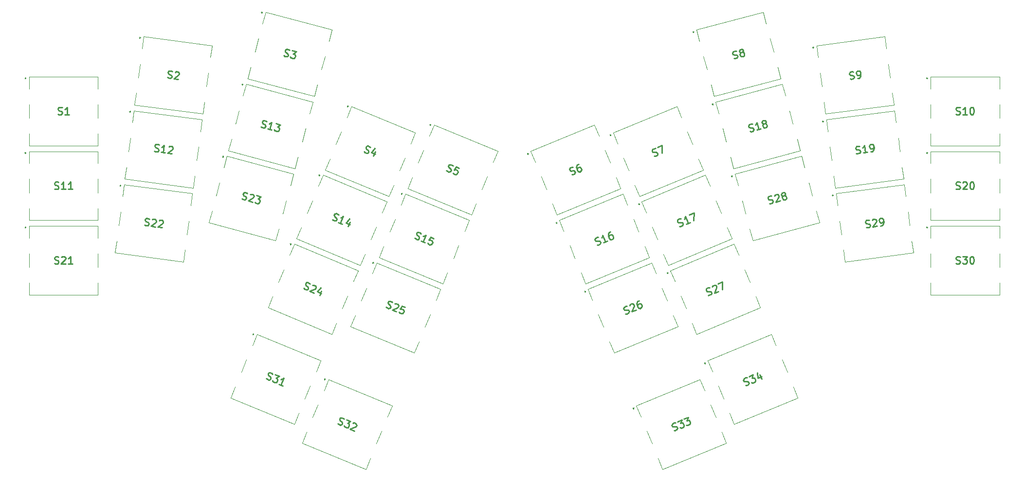
<source format=gbr>
%TF.GenerationSoftware,KiCad,Pcbnew,8.0.8-8.0.8-0~ubuntu22.04.1*%
%TF.CreationDate,2025-02-01T01:24:59+00:00*%
%TF.ProjectId,miniwing,6d696e69-7769-46e6-972e-6b696361645f,1*%
%TF.SameCoordinates,Original*%
%TF.FileFunction,Legend,Top*%
%TF.FilePolarity,Positive*%
%FSLAX46Y46*%
G04 Gerber Fmt 4.6, Leading zero omitted, Abs format (unit mm)*
G04 Created by KiCad (PCBNEW 8.0.8-8.0.8-0~ubuntu22.04.1) date 2025-02-01 01:24:59*
%MOMM*%
%LPD*%
G01*
G04 APERTURE LIST*
%ADD10C,0.254000*%
%ADD11C,0.200000*%
%ADD12C,0.100000*%
%ADD13C,3.200000*%
%ADD14C,1.800000*%
%ADD15C,1.950000*%
%ADD16C,0.650000*%
%ADD17O,1.000000X1.600000*%
%ADD18O,1.000000X2.100000*%
%ADD19C,0.990600*%
G04 APERTURE END LIST*
D10*
X69886978Y-80383930D02*
X70068407Y-80444406D01*
X70068407Y-80444406D02*
X70370788Y-80444406D01*
X70370788Y-80444406D02*
X70491740Y-80383930D01*
X70491740Y-80383930D02*
X70552216Y-80323453D01*
X70552216Y-80323453D02*
X70612693Y-80202501D01*
X70612693Y-80202501D02*
X70612693Y-80081549D01*
X70612693Y-80081549D02*
X70552216Y-79960596D01*
X70552216Y-79960596D02*
X70491740Y-79900120D01*
X70491740Y-79900120D02*
X70370788Y-79839644D01*
X70370788Y-79839644D02*
X70128883Y-79779168D01*
X70128883Y-79779168D02*
X70007931Y-79718691D01*
X70007931Y-79718691D02*
X69947454Y-79658215D01*
X69947454Y-79658215D02*
X69886978Y-79537263D01*
X69886978Y-79537263D02*
X69886978Y-79416310D01*
X69886978Y-79416310D02*
X69947454Y-79295358D01*
X69947454Y-79295358D02*
X70007931Y-79234882D01*
X70007931Y-79234882D02*
X70128883Y-79174406D01*
X70128883Y-79174406D02*
X70431264Y-79174406D01*
X70431264Y-79174406D02*
X70612693Y-79234882D01*
X71822217Y-80444406D02*
X71096502Y-80444406D01*
X71459359Y-80444406D02*
X71459359Y-79174406D01*
X71459359Y-79174406D02*
X71338407Y-79355834D01*
X71338407Y-79355834D02*
X71217455Y-79476787D01*
X71217455Y-79476787D02*
X71096502Y-79537263D01*
X73031741Y-80444406D02*
X72306026Y-80444406D01*
X72668883Y-80444406D02*
X72668883Y-79174406D01*
X72668883Y-79174406D02*
X72547931Y-79355834D01*
X72547931Y-79355834D02*
X72426979Y-79476787D01*
X72426979Y-79476787D02*
X72306026Y-79537263D01*
X109779458Y-57164363D02*
X109939052Y-57269736D01*
X109939052Y-57269736D02*
X110231130Y-57347998D01*
X110231130Y-57347998D02*
X110363613Y-57320887D01*
X110363613Y-57320887D02*
X110437681Y-57278124D01*
X110437681Y-57278124D02*
X110527401Y-57176946D01*
X110527401Y-57176946D02*
X110558706Y-57060115D01*
X110558706Y-57060115D02*
X110531595Y-56927631D01*
X110531595Y-56927631D02*
X110488832Y-56853563D01*
X110488832Y-56853563D02*
X110387654Y-56763843D01*
X110387654Y-56763843D02*
X110169644Y-56642818D01*
X110169644Y-56642818D02*
X110068465Y-56553098D01*
X110068465Y-56553098D02*
X110025702Y-56479030D01*
X110025702Y-56479030D02*
X109998591Y-56346546D01*
X109998591Y-56346546D02*
X110029896Y-56229715D01*
X110029896Y-56229715D02*
X110119617Y-56128537D01*
X110119617Y-56128537D02*
X110193684Y-56085773D01*
X110193684Y-56085773D02*
X110326168Y-56058663D01*
X110326168Y-56058663D02*
X110618245Y-56136925D01*
X110618245Y-56136925D02*
X110777840Y-56242297D01*
X111202401Y-56293449D02*
X111961802Y-56496930D01*
X111961802Y-56496930D02*
X111427675Y-56854687D01*
X111427675Y-56854687D02*
X111602921Y-56901644D01*
X111602921Y-56901644D02*
X111704100Y-56991365D01*
X111704100Y-56991365D02*
X111746863Y-57065432D01*
X111746863Y-57065432D02*
X111773974Y-57197916D01*
X111773974Y-57197916D02*
X111695712Y-57489993D01*
X111695712Y-57489993D02*
X111605992Y-57591172D01*
X111605992Y-57591172D02*
X111531924Y-57633935D01*
X111531924Y-57633935D02*
X111399440Y-57661046D01*
X111399440Y-57661046D02*
X111048947Y-57567132D01*
X111048947Y-57567132D02*
X110947768Y-57477411D01*
X110947768Y-57477411D02*
X110905005Y-57403343D01*
X87236154Y-73791131D02*
X87408137Y-73874771D01*
X87408137Y-73874771D02*
X87707931Y-73914239D01*
X87707931Y-73914239D02*
X87835742Y-73870068D01*
X87835742Y-73870068D02*
X87903595Y-73818003D01*
X87903595Y-73818003D02*
X87979341Y-73705979D01*
X87979341Y-73705979D02*
X87995129Y-73586061D01*
X87995129Y-73586061D02*
X87950957Y-73458250D01*
X87950957Y-73458250D02*
X87898892Y-73390397D01*
X87898892Y-73390397D02*
X87786868Y-73314651D01*
X87786868Y-73314651D02*
X87554927Y-73223117D01*
X87554927Y-73223117D02*
X87442903Y-73147371D01*
X87442903Y-73147371D02*
X87390838Y-73079519D01*
X87390838Y-73079519D02*
X87346667Y-72951707D01*
X87346667Y-72951707D02*
X87362454Y-72831790D01*
X87362454Y-72831790D02*
X87438200Y-72719766D01*
X87438200Y-72719766D02*
X87506053Y-72667701D01*
X87506053Y-72667701D02*
X87633864Y-72623529D01*
X87633864Y-72623529D02*
X87933658Y-72662998D01*
X87933658Y-72662998D02*
X88105641Y-72746638D01*
X89146943Y-74103689D02*
X88427437Y-74008964D01*
X88787190Y-74056326D02*
X88952958Y-72797191D01*
X88952958Y-72797191D02*
X88809359Y-72961280D01*
X88809359Y-72961280D02*
X88673654Y-73065410D01*
X88673654Y-73065410D02*
X88545843Y-73109582D01*
X89776594Y-73027621D02*
X89844447Y-72975556D01*
X89844447Y-72975556D02*
X89972258Y-72931385D01*
X89972258Y-72931385D02*
X90272052Y-72970853D01*
X90272052Y-72970853D02*
X90384076Y-73046600D01*
X90384076Y-73046600D02*
X90436141Y-73114452D01*
X90436141Y-73114452D02*
X90480312Y-73242263D01*
X90480312Y-73242263D02*
X90464525Y-73362181D01*
X90464525Y-73362181D02*
X90380885Y-73534164D01*
X90380885Y-73534164D02*
X89566655Y-74158945D01*
X89566655Y-74158945D02*
X90346119Y-74261563D01*
X118207254Y-85718777D02*
X118351729Y-85844080D01*
X118351729Y-85844080D02*
X118631092Y-85959796D01*
X118631092Y-85959796D02*
X118765981Y-85950210D01*
X118765981Y-85950210D02*
X118844997Y-85917480D01*
X118844997Y-85917480D02*
X118947156Y-85828878D01*
X118947156Y-85828878D02*
X118993443Y-85717133D01*
X118993443Y-85717133D02*
X118983856Y-85582244D01*
X118983856Y-85582244D02*
X118951127Y-85503228D01*
X118951127Y-85503228D02*
X118862525Y-85401069D01*
X118862525Y-85401069D02*
X118662177Y-85252623D01*
X118662177Y-85252623D02*
X118573575Y-85150464D01*
X118573575Y-85150464D02*
X118540845Y-85071448D01*
X118540845Y-85071448D02*
X118531259Y-84936559D01*
X118531259Y-84936559D02*
X118577546Y-84824814D01*
X118577546Y-84824814D02*
X118679705Y-84736212D01*
X118679705Y-84736212D02*
X118758721Y-84703482D01*
X118758721Y-84703482D02*
X118893609Y-84693896D01*
X118893609Y-84693896D02*
X119172973Y-84809612D01*
X119172973Y-84809612D02*
X119317448Y-84934915D01*
X119972038Y-86515234D02*
X119301565Y-86237515D01*
X119636801Y-86376374D02*
X120122809Y-85203047D01*
X120122809Y-85203047D02*
X119941634Y-85324379D01*
X119941634Y-85324379D02*
X119783602Y-85389838D01*
X119783602Y-85389838D02*
X119648714Y-85399424D01*
X121301752Y-86149594D02*
X120977747Y-86931812D01*
X121207534Y-85586896D02*
X120581022Y-86309271D01*
X120581022Y-86309271D02*
X121307367Y-86610133D01*
X226708254Y-93383929D02*
X226889683Y-93444405D01*
X226889683Y-93444405D02*
X227192064Y-93444405D01*
X227192064Y-93444405D02*
X227313016Y-93383929D01*
X227313016Y-93383929D02*
X227373492Y-93323452D01*
X227373492Y-93323452D02*
X227433969Y-93202500D01*
X227433969Y-93202500D02*
X227433969Y-93081548D01*
X227433969Y-93081548D02*
X227373492Y-92960595D01*
X227373492Y-92960595D02*
X227313016Y-92900119D01*
X227313016Y-92900119D02*
X227192064Y-92839643D01*
X227192064Y-92839643D02*
X226950159Y-92779167D01*
X226950159Y-92779167D02*
X226829207Y-92718690D01*
X226829207Y-92718690D02*
X226768730Y-92658214D01*
X226768730Y-92658214D02*
X226708254Y-92537262D01*
X226708254Y-92537262D02*
X226708254Y-92416309D01*
X226708254Y-92416309D02*
X226768730Y-92295357D01*
X226768730Y-92295357D02*
X226829207Y-92234881D01*
X226829207Y-92234881D02*
X226950159Y-92174405D01*
X226950159Y-92174405D02*
X227252540Y-92174405D01*
X227252540Y-92174405D02*
X227433969Y-92234881D01*
X227857302Y-92174405D02*
X228643493Y-92174405D01*
X228643493Y-92174405D02*
X228220159Y-92658214D01*
X228220159Y-92658214D02*
X228401588Y-92658214D01*
X228401588Y-92658214D02*
X228522540Y-92718690D01*
X228522540Y-92718690D02*
X228583016Y-92779167D01*
X228583016Y-92779167D02*
X228643493Y-92900119D01*
X228643493Y-92900119D02*
X228643493Y-93202500D01*
X228643493Y-93202500D02*
X228583016Y-93323452D01*
X228583016Y-93323452D02*
X228522540Y-93383929D01*
X228522540Y-93383929D02*
X228401588Y-93444405D01*
X228401588Y-93444405D02*
X228038731Y-93444405D01*
X228038731Y-93444405D02*
X227917778Y-93383929D01*
X227917778Y-93383929D02*
X227857302Y-93323452D01*
X229429683Y-92174405D02*
X229550636Y-92174405D01*
X229550636Y-92174405D02*
X229671588Y-92234881D01*
X229671588Y-92234881D02*
X229732064Y-92295357D01*
X229732064Y-92295357D02*
X229792540Y-92416309D01*
X229792540Y-92416309D02*
X229853017Y-92658214D01*
X229853017Y-92658214D02*
X229853017Y-92960595D01*
X229853017Y-92960595D02*
X229792540Y-93202500D01*
X229792540Y-93202500D02*
X229732064Y-93323452D01*
X229732064Y-93323452D02*
X229671588Y-93383929D01*
X229671588Y-93383929D02*
X229550636Y-93444405D01*
X229550636Y-93444405D02*
X229429683Y-93444405D01*
X229429683Y-93444405D02*
X229308731Y-93383929D01*
X229308731Y-93383929D02*
X229248255Y-93323452D01*
X229248255Y-93323452D02*
X229187778Y-93202500D01*
X229187778Y-93202500D02*
X229127302Y-92960595D01*
X229127302Y-92960595D02*
X229127302Y-92658214D01*
X229127302Y-92658214D02*
X229187778Y-92416309D01*
X229187778Y-92416309D02*
X229248255Y-92295357D01*
X229248255Y-92295357D02*
X229308731Y-92234881D01*
X229308731Y-92234881D02*
X229429683Y-92174405D01*
X183602246Y-98932660D02*
X183793008Y-98919103D01*
X183793008Y-98919103D02*
X184072371Y-98803387D01*
X184072371Y-98803387D02*
X184160974Y-98701227D01*
X184160974Y-98701227D02*
X184193703Y-98622212D01*
X184193703Y-98622212D02*
X184203289Y-98487323D01*
X184203289Y-98487323D02*
X184157003Y-98375577D01*
X184157003Y-98375577D02*
X184054844Y-98286975D01*
X184054844Y-98286975D02*
X183975828Y-98254246D01*
X183975828Y-98254246D02*
X183840939Y-98244660D01*
X183840939Y-98244660D02*
X183594305Y-98281360D01*
X183594305Y-98281360D02*
X183459416Y-98271774D01*
X183459416Y-98271774D02*
X183380400Y-98239044D01*
X183380400Y-98239044D02*
X183278241Y-98150442D01*
X183278241Y-98150442D02*
X183231955Y-98038696D01*
X183231955Y-98038696D02*
X183241541Y-97903808D01*
X183241541Y-97903808D02*
X183274270Y-97824792D01*
X183274270Y-97824792D02*
X183362873Y-97722633D01*
X183362873Y-97722633D02*
X183642236Y-97606916D01*
X183642236Y-97606916D02*
X183832998Y-97593359D01*
X184303123Y-97464086D02*
X184335852Y-97385070D01*
X184335852Y-97385070D02*
X184424454Y-97282911D01*
X184424454Y-97282911D02*
X184703818Y-97167195D01*
X184703818Y-97167195D02*
X184838707Y-97176781D01*
X184838707Y-97176781D02*
X184917723Y-97209511D01*
X184917723Y-97209511D02*
X185019882Y-97298113D01*
X185019882Y-97298113D02*
X185066168Y-97409858D01*
X185066168Y-97409858D02*
X185079725Y-97600620D01*
X185079725Y-97600620D02*
X184686971Y-98548811D01*
X184686971Y-98548811D02*
X185413317Y-98247949D01*
X185318418Y-96912619D02*
X186100636Y-96588614D01*
X186100636Y-96588614D02*
X186083790Y-97970230D01*
X178627361Y-86922226D02*
X178818123Y-86908669D01*
X178818123Y-86908669D02*
X179097486Y-86792953D01*
X179097486Y-86792953D02*
X179186089Y-86690793D01*
X179186089Y-86690793D02*
X179218818Y-86611778D01*
X179218818Y-86611778D02*
X179228404Y-86476889D01*
X179228404Y-86476889D02*
X179182118Y-86365143D01*
X179182118Y-86365143D02*
X179079959Y-86276541D01*
X179079959Y-86276541D02*
X179000943Y-86243812D01*
X179000943Y-86243812D02*
X178866054Y-86234226D01*
X178866054Y-86234226D02*
X178619420Y-86270926D01*
X178619420Y-86270926D02*
X178484531Y-86261340D01*
X178484531Y-86261340D02*
X178405515Y-86228610D01*
X178405515Y-86228610D02*
X178303356Y-86140008D01*
X178303356Y-86140008D02*
X178257070Y-86028262D01*
X178257070Y-86028262D02*
X178266656Y-85893374D01*
X178266656Y-85893374D02*
X178299385Y-85814358D01*
X178299385Y-85814358D02*
X178387988Y-85712199D01*
X178387988Y-85712199D02*
X178667351Y-85596482D01*
X178667351Y-85596482D02*
X178858113Y-85582925D01*
X180438432Y-86237515D02*
X179767959Y-86515234D01*
X180103195Y-86376374D02*
X179617188Y-85203047D01*
X179617188Y-85203047D02*
X179574872Y-85416952D01*
X179574872Y-85416952D02*
X179509413Y-85574984D01*
X179509413Y-85574984D02*
X179420811Y-85677143D01*
X180343533Y-84902185D02*
X181125751Y-84578180D01*
X181125751Y-84578180D02*
X181108905Y-85959796D01*
X89532583Y-60981284D02*
X89704565Y-61064924D01*
X89704565Y-61064924D02*
X90004359Y-61104392D01*
X90004359Y-61104392D02*
X90132171Y-61060221D01*
X90132171Y-61060221D02*
X90200023Y-61008156D01*
X90200023Y-61008156D02*
X90275769Y-60896132D01*
X90275769Y-60896132D02*
X90291557Y-60776215D01*
X90291557Y-60776215D02*
X90247386Y-60648403D01*
X90247386Y-60648403D02*
X90195320Y-60580551D01*
X90195320Y-60580551D02*
X90083297Y-60504804D01*
X90083297Y-60504804D02*
X89851355Y-60413271D01*
X89851355Y-60413271D02*
X89739331Y-60337524D01*
X89739331Y-60337524D02*
X89687266Y-60269672D01*
X89687266Y-60269672D02*
X89643095Y-60141861D01*
X89643095Y-60141861D02*
X89658882Y-60021943D01*
X89658882Y-60021943D02*
X89734628Y-59909919D01*
X89734628Y-59909919D02*
X89802481Y-59857854D01*
X89802481Y-59857854D02*
X89930292Y-59813683D01*
X89930292Y-59813683D02*
X90230086Y-59853151D01*
X90230086Y-59853151D02*
X90402069Y-59936791D01*
X90873846Y-60059900D02*
X90941699Y-60007835D01*
X90941699Y-60007835D02*
X91069510Y-59963663D01*
X91069510Y-59963663D02*
X91369304Y-60003132D01*
X91369304Y-60003132D02*
X91481328Y-60078878D01*
X91481328Y-60078878D02*
X91533393Y-60146731D01*
X91533393Y-60146731D02*
X91577564Y-60274542D01*
X91577564Y-60274542D02*
X91561777Y-60394460D01*
X91561777Y-60394460D02*
X91478137Y-60566443D01*
X91478137Y-60566443D02*
X90663906Y-61191223D01*
X90663906Y-61191223D02*
X91443371Y-61293842D01*
X174211204Y-74680359D02*
X174401965Y-74666802D01*
X174401965Y-74666802D02*
X174681329Y-74551086D01*
X174681329Y-74551086D02*
X174769931Y-74448927D01*
X174769931Y-74448927D02*
X174802660Y-74369911D01*
X174802660Y-74369911D02*
X174812247Y-74235022D01*
X174812247Y-74235022D02*
X174765960Y-74123277D01*
X174765960Y-74123277D02*
X174663801Y-74034675D01*
X174663801Y-74034675D02*
X174584785Y-74001945D01*
X174584785Y-74001945D02*
X174449896Y-73992359D01*
X174449896Y-73992359D02*
X174203262Y-74029059D01*
X174203262Y-74029059D02*
X174068374Y-74019473D01*
X174068374Y-74019473D02*
X173989358Y-73986744D01*
X173989358Y-73986744D02*
X173887198Y-73898141D01*
X173887198Y-73898141D02*
X173840912Y-73786396D01*
X173840912Y-73786396D02*
X173850498Y-73651507D01*
X173850498Y-73651507D02*
X173883228Y-73572491D01*
X173883228Y-73572491D02*
X173971830Y-73470332D01*
X173971830Y-73470332D02*
X174251193Y-73354616D01*
X174251193Y-73354616D02*
X174441955Y-73341059D01*
X174809921Y-73123184D02*
X175592139Y-72799178D01*
X175592139Y-72799178D02*
X175575292Y-74180794D01*
X102466007Y-82121909D02*
X102625601Y-82227281D01*
X102625601Y-82227281D02*
X102917678Y-82305543D01*
X102917678Y-82305543D02*
X103050162Y-82278432D01*
X103050162Y-82278432D02*
X103124230Y-82235669D01*
X103124230Y-82235669D02*
X103213950Y-82134491D01*
X103213950Y-82134491D02*
X103245255Y-82017660D01*
X103245255Y-82017660D02*
X103218144Y-81885176D01*
X103218144Y-81885176D02*
X103175381Y-81811108D01*
X103175381Y-81811108D02*
X103074202Y-81721388D01*
X103074202Y-81721388D02*
X102856193Y-81600363D01*
X102856193Y-81600363D02*
X102755014Y-81510643D01*
X102755014Y-81510643D02*
X102712251Y-81436575D01*
X102712251Y-81436575D02*
X102685140Y-81304091D01*
X102685140Y-81304091D02*
X102716445Y-81187260D01*
X102716445Y-81187260D02*
X102806165Y-81086082D01*
X102806165Y-81086082D02*
X102880233Y-81043319D01*
X102880233Y-81043319D02*
X103012717Y-81016208D01*
X103012717Y-81016208D02*
X103304794Y-81094470D01*
X103304794Y-81094470D02*
X103464388Y-81199842D01*
X103916060Y-81383477D02*
X103990128Y-81340714D01*
X103990128Y-81340714D02*
X104122612Y-81313603D01*
X104122612Y-81313603D02*
X104414689Y-81391865D01*
X104414689Y-81391865D02*
X104515868Y-81481586D01*
X104515868Y-81481586D02*
X104558631Y-81555653D01*
X104558631Y-81555653D02*
X104585742Y-81688137D01*
X104585742Y-81688137D02*
X104554437Y-81804968D01*
X104554437Y-81804968D02*
X104449064Y-81964562D01*
X104449064Y-81964562D02*
X103560249Y-82477720D01*
X103560249Y-82477720D02*
X104319651Y-82681201D01*
X105057260Y-81564042D02*
X105816662Y-81767523D01*
X105816662Y-81767523D02*
X105282534Y-82125280D01*
X105282534Y-82125280D02*
X105457780Y-82172237D01*
X105457780Y-82172237D02*
X105558959Y-82261957D01*
X105558959Y-82261957D02*
X105601722Y-82336025D01*
X105601722Y-82336025D02*
X105628833Y-82468509D01*
X105628833Y-82468509D02*
X105550571Y-82760586D01*
X105550571Y-82760586D02*
X105460851Y-82861765D01*
X105460851Y-82861765D02*
X105386783Y-82904528D01*
X105386783Y-82904528D02*
X105254299Y-82931639D01*
X105254299Y-82931639D02*
X104903806Y-82837725D01*
X104903806Y-82837725D02*
X104802628Y-82748004D01*
X104802628Y-82748004D02*
X104759865Y-82673936D01*
X226708255Y-67383929D02*
X226889684Y-67444405D01*
X226889684Y-67444405D02*
X227192065Y-67444405D01*
X227192065Y-67444405D02*
X227313017Y-67383929D01*
X227313017Y-67383929D02*
X227373493Y-67323452D01*
X227373493Y-67323452D02*
X227433970Y-67202500D01*
X227433970Y-67202500D02*
X227433970Y-67081548D01*
X227433970Y-67081548D02*
X227373493Y-66960595D01*
X227373493Y-66960595D02*
X227313017Y-66900119D01*
X227313017Y-66900119D02*
X227192065Y-66839643D01*
X227192065Y-66839643D02*
X226950160Y-66779167D01*
X226950160Y-66779167D02*
X226829208Y-66718690D01*
X226829208Y-66718690D02*
X226768731Y-66658214D01*
X226768731Y-66658214D02*
X226708255Y-66537262D01*
X226708255Y-66537262D02*
X226708255Y-66416309D01*
X226708255Y-66416309D02*
X226768731Y-66295357D01*
X226768731Y-66295357D02*
X226829208Y-66234881D01*
X226829208Y-66234881D02*
X226950160Y-66174405D01*
X226950160Y-66174405D02*
X227252541Y-66174405D01*
X227252541Y-66174405D02*
X227433970Y-66234881D01*
X228643494Y-67444405D02*
X227917779Y-67444405D01*
X228280636Y-67444405D02*
X228280636Y-66174405D01*
X228280636Y-66174405D02*
X228159684Y-66355833D01*
X228159684Y-66355833D02*
X228038732Y-66476786D01*
X228038732Y-66476786D02*
X227917779Y-66537262D01*
X229429684Y-66174405D02*
X229550637Y-66174405D01*
X229550637Y-66174405D02*
X229671589Y-66234881D01*
X229671589Y-66234881D02*
X229732065Y-66295357D01*
X229732065Y-66295357D02*
X229792541Y-66416309D01*
X229792541Y-66416309D02*
X229853018Y-66658214D01*
X229853018Y-66658214D02*
X229853018Y-66960595D01*
X229853018Y-66960595D02*
X229792541Y-67202500D01*
X229792541Y-67202500D02*
X229732065Y-67323452D01*
X229732065Y-67323452D02*
X229671589Y-67383929D01*
X229671589Y-67383929D02*
X229550637Y-67444405D01*
X229550637Y-67444405D02*
X229429684Y-67444405D01*
X229429684Y-67444405D02*
X229308732Y-67383929D01*
X229308732Y-67383929D02*
X229248256Y-67323452D01*
X229248256Y-67323452D02*
X229187779Y-67202500D01*
X229187779Y-67202500D02*
X229127303Y-66960595D01*
X229127303Y-66960595D02*
X229127303Y-66658214D01*
X229127303Y-66658214D02*
X229187779Y-66416309D01*
X229187779Y-66416309D02*
X229248256Y-66295357D01*
X229248256Y-66295357D02*
X229308732Y-66234881D01*
X229308732Y-66234881D02*
X229429684Y-66174405D01*
X169249284Y-102171871D02*
X169440046Y-102158314D01*
X169440046Y-102158314D02*
X169719409Y-102042598D01*
X169719409Y-102042598D02*
X169808012Y-101940438D01*
X169808012Y-101940438D02*
X169840741Y-101861423D01*
X169840741Y-101861423D02*
X169850327Y-101726534D01*
X169850327Y-101726534D02*
X169804041Y-101614788D01*
X169804041Y-101614788D02*
X169701882Y-101526186D01*
X169701882Y-101526186D02*
X169622866Y-101493457D01*
X169622866Y-101493457D02*
X169487977Y-101483871D01*
X169487977Y-101483871D02*
X169241343Y-101520571D01*
X169241343Y-101520571D02*
X169106454Y-101510985D01*
X169106454Y-101510985D02*
X169027438Y-101478255D01*
X169027438Y-101478255D02*
X168925279Y-101389653D01*
X168925279Y-101389653D02*
X168878993Y-101277907D01*
X168878993Y-101277907D02*
X168888579Y-101143019D01*
X168888579Y-101143019D02*
X168921308Y-101064003D01*
X168921308Y-101064003D02*
X169009911Y-100961844D01*
X169009911Y-100961844D02*
X169289274Y-100846127D01*
X169289274Y-100846127D02*
X169480036Y-100832570D01*
X169950161Y-100703297D02*
X169982890Y-100624281D01*
X169982890Y-100624281D02*
X170071492Y-100522122D01*
X170071492Y-100522122D02*
X170350856Y-100406406D01*
X170350856Y-100406406D02*
X170485745Y-100415992D01*
X170485745Y-100415992D02*
X170564761Y-100448722D01*
X170564761Y-100448722D02*
X170666920Y-100537324D01*
X170666920Y-100537324D02*
X170713206Y-100649069D01*
X170713206Y-100649069D02*
X170726763Y-100839831D01*
X170726763Y-100839831D02*
X170334009Y-101788022D01*
X170334009Y-101788022D02*
X171060355Y-101487160D01*
X171580056Y-99897255D02*
X171356565Y-99989828D01*
X171356565Y-99989828D02*
X171267963Y-100091987D01*
X171267963Y-100091987D02*
X171235233Y-100171003D01*
X171235233Y-100171003D02*
X171192918Y-100384907D01*
X171192918Y-100384907D02*
X171229618Y-100631541D01*
X171229618Y-100631541D02*
X171414764Y-101078523D01*
X171414764Y-101078523D02*
X171516923Y-101167125D01*
X171516923Y-101167125D02*
X171595939Y-101199855D01*
X171595939Y-101199855D02*
X171730828Y-101209441D01*
X171730828Y-101209441D02*
X171954318Y-101116868D01*
X171954318Y-101116868D02*
X172042921Y-101014709D01*
X172042921Y-101014709D02*
X172075650Y-100935693D01*
X172075650Y-100935693D02*
X172085236Y-100800804D01*
X172085236Y-100800804D02*
X171969520Y-100521441D01*
X171969520Y-100521441D02*
X171867361Y-100432839D01*
X171867361Y-100432839D02*
X171788345Y-100400109D01*
X171788345Y-100400109D02*
X171653456Y-100390523D01*
X171653456Y-100390523D02*
X171429965Y-100483096D01*
X171429965Y-100483096D02*
X171341363Y-100585255D01*
X171341363Y-100585255D02*
X171308634Y-100664271D01*
X171308634Y-100664271D02*
X171299048Y-100799160D01*
X132560216Y-88957988D02*
X132704691Y-89083291D01*
X132704691Y-89083291D02*
X132984054Y-89199007D01*
X132984054Y-89199007D02*
X133118943Y-89189421D01*
X133118943Y-89189421D02*
X133197959Y-89156691D01*
X133197959Y-89156691D02*
X133300118Y-89068089D01*
X133300118Y-89068089D02*
X133346405Y-88956344D01*
X133346405Y-88956344D02*
X133336818Y-88821455D01*
X133336818Y-88821455D02*
X133304089Y-88742439D01*
X133304089Y-88742439D02*
X133215487Y-88640280D01*
X133215487Y-88640280D02*
X133015139Y-88491834D01*
X133015139Y-88491834D02*
X132926537Y-88389675D01*
X132926537Y-88389675D02*
X132893807Y-88310659D01*
X132893807Y-88310659D02*
X132884221Y-88175770D01*
X132884221Y-88175770D02*
X132930508Y-88064025D01*
X132930508Y-88064025D02*
X133032667Y-87975423D01*
X133032667Y-87975423D02*
X133111683Y-87942693D01*
X133111683Y-87942693D02*
X133246571Y-87933107D01*
X133246571Y-87933107D02*
X133525935Y-88048823D01*
X133525935Y-88048823D02*
X133670410Y-88174126D01*
X134325000Y-89754445D02*
X133654527Y-89476726D01*
X133989763Y-89615585D02*
X134475771Y-88442258D01*
X134475771Y-88442258D02*
X134294596Y-88563590D01*
X134294596Y-88563590D02*
X134136564Y-88629049D01*
X134136564Y-88629049D02*
X134001676Y-88638635D01*
X135872589Y-89020839D02*
X135313862Y-88789407D01*
X135313862Y-88789407D02*
X135026557Y-89324991D01*
X135026557Y-89324991D02*
X135105573Y-89292261D01*
X135105573Y-89292261D02*
X135240462Y-89282675D01*
X135240462Y-89282675D02*
X135519825Y-89398391D01*
X135519825Y-89398391D02*
X135608428Y-89500550D01*
X135608428Y-89500550D02*
X135641157Y-89579566D01*
X135641157Y-89579566D02*
X135650743Y-89714455D01*
X135650743Y-89714455D02*
X135535027Y-89993819D01*
X135535027Y-89993819D02*
X135432868Y-90082421D01*
X135432868Y-90082421D02*
X135353852Y-90115150D01*
X135353852Y-90115150D02*
X135218963Y-90124737D01*
X135218963Y-90124737D02*
X134939600Y-90009020D01*
X134939600Y-90009020D02*
X134850997Y-89906861D01*
X134850997Y-89906861D02*
X134818268Y-89827845D01*
X188091242Y-57665239D02*
X188282141Y-57676697D01*
X188282141Y-57676697D02*
X188574219Y-57598435D01*
X188574219Y-57598435D02*
X188675397Y-57508715D01*
X188675397Y-57508715D02*
X188718160Y-57434647D01*
X188718160Y-57434647D02*
X188745271Y-57302164D01*
X188745271Y-57302164D02*
X188713966Y-57185333D01*
X188713966Y-57185333D02*
X188624246Y-57084154D01*
X188624246Y-57084154D02*
X188550178Y-57041391D01*
X188550178Y-57041391D02*
X188417695Y-57014280D01*
X188417695Y-57014280D02*
X188168380Y-57018474D01*
X188168380Y-57018474D02*
X188035897Y-56991364D01*
X188035897Y-56991364D02*
X187961829Y-56948600D01*
X187961829Y-56948600D02*
X187872109Y-56847422D01*
X187872109Y-56847422D02*
X187840804Y-56730591D01*
X187840804Y-56730591D02*
X187867915Y-56598107D01*
X187867915Y-56598107D02*
X187910678Y-56524039D01*
X187910678Y-56524039D02*
X188011856Y-56434319D01*
X188011856Y-56434319D02*
X188303934Y-56356057D01*
X188303934Y-56356057D02*
X188494833Y-56367516D01*
X189321038Y-56647011D02*
X189188555Y-56619900D01*
X189188555Y-56619900D02*
X189114487Y-56577137D01*
X189114487Y-56577137D02*
X189024767Y-56475958D01*
X189024767Y-56475958D02*
X189009114Y-56417543D01*
X189009114Y-56417543D02*
X189036225Y-56285060D01*
X189036225Y-56285060D02*
X189078988Y-56210992D01*
X189078988Y-56210992D02*
X189180167Y-56121271D01*
X189180167Y-56121271D02*
X189413829Y-56058662D01*
X189413829Y-56058662D02*
X189546312Y-56085773D01*
X189546312Y-56085773D02*
X189620380Y-56128536D01*
X189620380Y-56128536D02*
X189710101Y-56229714D01*
X189710101Y-56229714D02*
X189725753Y-56288130D01*
X189725753Y-56288130D02*
X189698642Y-56420613D01*
X189698642Y-56420613D02*
X189655879Y-56494681D01*
X189655879Y-56494681D02*
X189554700Y-56584401D01*
X189554700Y-56584401D02*
X189321038Y-56647011D01*
X189321038Y-56647011D02*
X189219860Y-56736731D01*
X189219860Y-56736731D02*
X189177097Y-56810799D01*
X189177097Y-56810799D02*
X189149986Y-56943283D01*
X189149986Y-56943283D02*
X189212595Y-57176945D01*
X189212595Y-57176945D02*
X189302316Y-57278123D01*
X189302316Y-57278123D02*
X189376384Y-57320886D01*
X189376384Y-57320886D02*
X189508867Y-57347997D01*
X189508867Y-57347997D02*
X189742529Y-57285388D01*
X189742529Y-57285388D02*
X189843708Y-57195667D01*
X189843708Y-57195667D02*
X189886471Y-57121599D01*
X189886471Y-57121599D02*
X189913582Y-56989116D01*
X189913582Y-56989116D02*
X189850972Y-56755454D01*
X189850972Y-56755454D02*
X189761252Y-56654275D01*
X189761252Y-56654275D02*
X189687184Y-56611512D01*
X189687184Y-56611512D02*
X189554700Y-56584401D01*
X85539313Y-86679914D02*
X85711296Y-86763554D01*
X85711296Y-86763554D02*
X86011090Y-86803022D01*
X86011090Y-86803022D02*
X86138901Y-86758851D01*
X86138901Y-86758851D02*
X86206754Y-86706786D01*
X86206754Y-86706786D02*
X86282500Y-86594762D01*
X86282500Y-86594762D02*
X86298288Y-86474844D01*
X86298288Y-86474844D02*
X86254116Y-86347033D01*
X86254116Y-86347033D02*
X86202051Y-86279180D01*
X86202051Y-86279180D02*
X86090027Y-86203434D01*
X86090027Y-86203434D02*
X85858086Y-86111900D01*
X85858086Y-86111900D02*
X85746062Y-86036154D01*
X85746062Y-86036154D02*
X85693997Y-85968302D01*
X85693997Y-85968302D02*
X85649826Y-85840490D01*
X85649826Y-85840490D02*
X85665613Y-85720573D01*
X85665613Y-85720573D02*
X85741359Y-85608549D01*
X85741359Y-85608549D02*
X85809212Y-85556484D01*
X85809212Y-85556484D02*
X85937023Y-85512312D01*
X85937023Y-85512312D02*
X86236817Y-85551781D01*
X86236817Y-85551781D02*
X86408800Y-85635421D01*
X86880577Y-85758530D02*
X86948429Y-85706465D01*
X86948429Y-85706465D02*
X87076241Y-85662293D01*
X87076241Y-85662293D02*
X87376035Y-85701762D01*
X87376035Y-85701762D02*
X87488059Y-85777508D01*
X87488059Y-85777508D02*
X87540124Y-85845361D01*
X87540124Y-85845361D02*
X87584295Y-85973172D01*
X87584295Y-85973172D02*
X87568508Y-86093090D01*
X87568508Y-86093090D02*
X87484868Y-86265072D01*
X87484868Y-86265072D02*
X86670637Y-86889853D01*
X86670637Y-86889853D02*
X87450102Y-86992472D01*
X88079753Y-85916404D02*
X88147606Y-85864339D01*
X88147606Y-85864339D02*
X88275417Y-85820168D01*
X88275417Y-85820168D02*
X88575211Y-85859636D01*
X88575211Y-85859636D02*
X88687235Y-85935383D01*
X88687235Y-85935383D02*
X88739300Y-86003235D01*
X88739300Y-86003235D02*
X88783471Y-86131046D01*
X88783471Y-86131046D02*
X88767684Y-86250964D01*
X88767684Y-86250964D02*
X88684044Y-86422947D01*
X88684044Y-86422947D02*
X87869814Y-87047728D01*
X87869814Y-87047728D02*
X88649278Y-87150346D01*
X226708255Y-80383929D02*
X226889684Y-80444405D01*
X226889684Y-80444405D02*
X227192065Y-80444405D01*
X227192065Y-80444405D02*
X227313017Y-80383929D01*
X227313017Y-80383929D02*
X227373493Y-80323452D01*
X227373493Y-80323452D02*
X227433970Y-80202500D01*
X227433970Y-80202500D02*
X227433970Y-80081548D01*
X227433970Y-80081548D02*
X227373493Y-79960595D01*
X227373493Y-79960595D02*
X227313017Y-79900119D01*
X227313017Y-79900119D02*
X227192065Y-79839643D01*
X227192065Y-79839643D02*
X226950160Y-79779167D01*
X226950160Y-79779167D02*
X226829208Y-79718690D01*
X226829208Y-79718690D02*
X226768731Y-79658214D01*
X226768731Y-79658214D02*
X226708255Y-79537262D01*
X226708255Y-79537262D02*
X226708255Y-79416309D01*
X226708255Y-79416309D02*
X226768731Y-79295357D01*
X226768731Y-79295357D02*
X226829208Y-79234881D01*
X226829208Y-79234881D02*
X226950160Y-79174405D01*
X226950160Y-79174405D02*
X227252541Y-79174405D01*
X227252541Y-79174405D02*
X227433970Y-79234881D01*
X227917779Y-79295357D02*
X227978255Y-79234881D01*
X227978255Y-79234881D02*
X228099208Y-79174405D01*
X228099208Y-79174405D02*
X228401589Y-79174405D01*
X228401589Y-79174405D02*
X228522541Y-79234881D01*
X228522541Y-79234881D02*
X228583017Y-79295357D01*
X228583017Y-79295357D02*
X228643494Y-79416309D01*
X228643494Y-79416309D02*
X228643494Y-79537262D01*
X228643494Y-79537262D02*
X228583017Y-79718690D01*
X228583017Y-79718690D02*
X227857303Y-80444405D01*
X227857303Y-80444405D02*
X228643494Y-80444405D01*
X229429684Y-79174405D02*
X229550637Y-79174405D01*
X229550637Y-79174405D02*
X229671589Y-79234881D01*
X229671589Y-79234881D02*
X229732065Y-79295357D01*
X229732065Y-79295357D02*
X229792541Y-79416309D01*
X229792541Y-79416309D02*
X229853018Y-79658214D01*
X229853018Y-79658214D02*
X229853018Y-79960595D01*
X229853018Y-79960595D02*
X229792541Y-80202500D01*
X229792541Y-80202500D02*
X229732065Y-80323452D01*
X229732065Y-80323452D02*
X229671589Y-80383929D01*
X229671589Y-80383929D02*
X229550637Y-80444405D01*
X229550637Y-80444405D02*
X229429684Y-80444405D01*
X229429684Y-80444405D02*
X229308732Y-80383929D01*
X229308732Y-80383929D02*
X229248256Y-80323452D01*
X229248256Y-80323452D02*
X229187779Y-80202500D01*
X229187779Y-80202500D02*
X229127303Y-79960595D01*
X229127303Y-79960595D02*
X229127303Y-79658214D01*
X229127303Y-79658214D02*
X229187779Y-79416309D01*
X229187779Y-79416309D02*
X229248256Y-79295357D01*
X229248256Y-79295357D02*
X229308732Y-79234881D01*
X229308732Y-79234881D02*
X229429684Y-79174405D01*
X208288732Y-61233883D02*
X208476502Y-61270161D01*
X208476502Y-61270161D02*
X208776296Y-61230692D01*
X208776296Y-61230692D02*
X208888320Y-61154946D01*
X208888320Y-61154946D02*
X208940385Y-61087093D01*
X208940385Y-61087093D02*
X208984557Y-60959282D01*
X208984557Y-60959282D02*
X208968769Y-60839364D01*
X208968769Y-60839364D02*
X208893023Y-60727341D01*
X208893023Y-60727341D02*
X208825170Y-60675275D01*
X208825170Y-60675275D02*
X208697359Y-60631104D01*
X208697359Y-60631104D02*
X208449630Y-60602720D01*
X208449630Y-60602720D02*
X208321819Y-60558549D01*
X208321819Y-60558549D02*
X208253966Y-60506484D01*
X208253966Y-60506484D02*
X208178220Y-60394460D01*
X208178220Y-60394460D02*
X208162433Y-60274542D01*
X208162433Y-60274542D02*
X208206604Y-60146731D01*
X208206604Y-60146731D02*
X208258669Y-60078878D01*
X208258669Y-60078878D02*
X208370693Y-60003132D01*
X208370693Y-60003132D02*
X208670487Y-59963663D01*
X208670487Y-59963663D02*
X208858257Y-59999941D01*
X209615720Y-61120180D02*
X209855555Y-61088605D01*
X209855555Y-61088605D02*
X209967579Y-61012859D01*
X209967579Y-61012859D02*
X210019644Y-60945006D01*
X210019644Y-60945006D02*
X210115881Y-60749342D01*
X210115881Y-60749342D02*
X210144264Y-60501613D01*
X210144264Y-60501613D02*
X210081115Y-60021943D01*
X210081115Y-60021943D02*
X210005368Y-59909919D01*
X210005368Y-59909919D02*
X209937516Y-59857854D01*
X209937516Y-59857854D02*
X209809705Y-59813683D01*
X209809705Y-59813683D02*
X209569869Y-59845258D01*
X209569869Y-59845258D02*
X209457845Y-59921004D01*
X209457845Y-59921004D02*
X209405780Y-59988856D01*
X209405780Y-59988856D02*
X209361609Y-60116668D01*
X209361609Y-60116668D02*
X209401078Y-60416462D01*
X209401078Y-60416462D02*
X209476824Y-60528486D01*
X209476824Y-60528486D02*
X209544676Y-60580551D01*
X209544676Y-60580551D02*
X209672488Y-60624722D01*
X209672488Y-60624722D02*
X209912323Y-60593147D01*
X209912323Y-60593147D02*
X210024347Y-60517401D01*
X210024347Y-60517401D02*
X210076412Y-60449548D01*
X210076412Y-60449548D02*
X210120583Y-60321737D01*
X70491740Y-67383931D02*
X70673169Y-67444407D01*
X70673169Y-67444407D02*
X70975550Y-67444407D01*
X70975550Y-67444407D02*
X71096502Y-67383931D01*
X71096502Y-67383931D02*
X71156978Y-67323454D01*
X71156978Y-67323454D02*
X71217455Y-67202502D01*
X71217455Y-67202502D02*
X71217455Y-67081550D01*
X71217455Y-67081550D02*
X71156978Y-66960597D01*
X71156978Y-66960597D02*
X71096502Y-66900121D01*
X71096502Y-66900121D02*
X70975550Y-66839645D01*
X70975550Y-66839645D02*
X70733645Y-66779169D01*
X70733645Y-66779169D02*
X70612693Y-66718692D01*
X70612693Y-66718692D02*
X70552216Y-66658216D01*
X70552216Y-66658216D02*
X70491740Y-66537264D01*
X70491740Y-66537264D02*
X70491740Y-66416311D01*
X70491740Y-66416311D02*
X70552216Y-66295359D01*
X70552216Y-66295359D02*
X70612693Y-66234883D01*
X70612693Y-66234883D02*
X70733645Y-66174407D01*
X70733645Y-66174407D02*
X71036026Y-66174407D01*
X71036026Y-66174407D02*
X71217455Y-66234883D01*
X72426979Y-67444407D02*
X71701264Y-67444407D01*
X72064121Y-67444407D02*
X72064121Y-66174407D01*
X72064121Y-66174407D02*
X71943169Y-66355835D01*
X71943169Y-66355835D02*
X71822217Y-66476788D01*
X71822217Y-66476788D02*
X71701264Y-66537264D01*
X69886980Y-93383929D02*
X70068409Y-93444405D01*
X70068409Y-93444405D02*
X70370790Y-93444405D01*
X70370790Y-93444405D02*
X70491742Y-93383929D01*
X70491742Y-93383929D02*
X70552218Y-93323452D01*
X70552218Y-93323452D02*
X70612695Y-93202500D01*
X70612695Y-93202500D02*
X70612695Y-93081548D01*
X70612695Y-93081548D02*
X70552218Y-92960595D01*
X70552218Y-92960595D02*
X70491742Y-92900119D01*
X70491742Y-92900119D02*
X70370790Y-92839643D01*
X70370790Y-92839643D02*
X70128885Y-92779167D01*
X70128885Y-92779167D02*
X70007933Y-92718690D01*
X70007933Y-92718690D02*
X69947456Y-92658214D01*
X69947456Y-92658214D02*
X69886980Y-92537262D01*
X69886980Y-92537262D02*
X69886980Y-92416309D01*
X69886980Y-92416309D02*
X69947456Y-92295357D01*
X69947456Y-92295357D02*
X70007933Y-92234881D01*
X70007933Y-92234881D02*
X70128885Y-92174405D01*
X70128885Y-92174405D02*
X70431266Y-92174405D01*
X70431266Y-92174405D02*
X70612695Y-92234881D01*
X71096504Y-92295357D02*
X71156980Y-92234881D01*
X71156980Y-92234881D02*
X71277933Y-92174405D01*
X71277933Y-92174405D02*
X71580314Y-92174405D01*
X71580314Y-92174405D02*
X71701266Y-92234881D01*
X71701266Y-92234881D02*
X71761742Y-92295357D01*
X71761742Y-92295357D02*
X71822219Y-92416309D01*
X71822219Y-92416309D02*
X71822219Y-92537262D01*
X71822219Y-92537262D02*
X71761742Y-92718690D01*
X71761742Y-92718690D02*
X71036028Y-93444405D01*
X71036028Y-93444405D02*
X71822219Y-93444405D01*
X73031743Y-93444405D02*
X72306028Y-93444405D01*
X72668885Y-93444405D02*
X72668885Y-92174405D01*
X72668885Y-92174405D02*
X72547933Y-92355833D01*
X72547933Y-92355833D02*
X72426981Y-92476786D01*
X72426981Y-92476786D02*
X72306028Y-92537262D01*
X127585331Y-100968422D02*
X127729806Y-101093725D01*
X127729806Y-101093725D02*
X128009169Y-101209441D01*
X128009169Y-101209441D02*
X128144058Y-101199855D01*
X128144058Y-101199855D02*
X128223074Y-101167125D01*
X128223074Y-101167125D02*
X128325233Y-101078523D01*
X128325233Y-101078523D02*
X128371520Y-100966778D01*
X128371520Y-100966778D02*
X128361933Y-100831889D01*
X128361933Y-100831889D02*
X128329204Y-100752873D01*
X128329204Y-100752873D02*
X128240602Y-100650714D01*
X128240602Y-100650714D02*
X128040254Y-100502268D01*
X128040254Y-100502268D02*
X127951652Y-100400109D01*
X127951652Y-100400109D02*
X127918922Y-100321093D01*
X127918922Y-100321093D02*
X127909336Y-100186204D01*
X127909336Y-100186204D02*
X127955623Y-100074459D01*
X127955623Y-100074459D02*
X128057782Y-99985857D01*
X128057782Y-99985857D02*
X128136798Y-99953127D01*
X128136798Y-99953127D02*
X128271686Y-99943541D01*
X128271686Y-99943541D02*
X128551050Y-100059257D01*
X128551050Y-100059257D02*
X128695525Y-100184560D01*
X129119364Y-100425578D02*
X129198380Y-100392849D01*
X129198380Y-100392849D02*
X129333268Y-100383263D01*
X129333268Y-100383263D02*
X129612632Y-100498979D01*
X129612632Y-100498979D02*
X129701234Y-100601138D01*
X129701234Y-100601138D02*
X129733963Y-100680154D01*
X129733963Y-100680154D02*
X129743550Y-100815043D01*
X129743550Y-100815043D02*
X129697263Y-100926788D01*
X129697263Y-100926788D02*
X129571961Y-101071263D01*
X129571961Y-101071263D02*
X128623769Y-101464017D01*
X128623769Y-101464017D02*
X129350115Y-101764879D01*
X130897704Y-101031273D02*
X130338977Y-100799841D01*
X130338977Y-100799841D02*
X130051672Y-101335425D01*
X130051672Y-101335425D02*
X130130688Y-101302695D01*
X130130688Y-101302695D02*
X130265577Y-101293109D01*
X130265577Y-101293109D02*
X130544940Y-101408825D01*
X130544940Y-101408825D02*
X130633543Y-101510984D01*
X130633543Y-101510984D02*
X130666272Y-101590000D01*
X130666272Y-101590000D02*
X130675858Y-101724889D01*
X130675858Y-101724889D02*
X130560142Y-102004253D01*
X130560142Y-102004253D02*
X130457983Y-102092855D01*
X130457983Y-102092855D02*
X130378967Y-102125584D01*
X130378967Y-102125584D02*
X130244078Y-102135171D01*
X130244078Y-102135171D02*
X129964715Y-102019454D01*
X129964715Y-102019454D02*
X129876112Y-101917295D01*
X129876112Y-101917295D02*
X129843383Y-101838279D01*
X106726751Y-113435163D02*
X106871226Y-113560466D01*
X106871226Y-113560466D02*
X107150589Y-113676182D01*
X107150589Y-113676182D02*
X107285478Y-113666596D01*
X107285478Y-113666596D02*
X107364494Y-113633866D01*
X107364494Y-113633866D02*
X107466653Y-113545264D01*
X107466653Y-113545264D02*
X107512940Y-113433519D01*
X107512940Y-113433519D02*
X107503353Y-113298630D01*
X107503353Y-113298630D02*
X107470624Y-113219614D01*
X107470624Y-113219614D02*
X107382022Y-113117455D01*
X107382022Y-113117455D02*
X107181674Y-112969009D01*
X107181674Y-112969009D02*
X107093072Y-112866850D01*
X107093072Y-112866850D02*
X107060342Y-112787834D01*
X107060342Y-112787834D02*
X107050756Y-112652945D01*
X107050756Y-112652945D02*
X107097043Y-112541200D01*
X107097043Y-112541200D02*
X107199202Y-112452598D01*
X107199202Y-112452598D02*
X107278218Y-112419868D01*
X107278218Y-112419868D02*
X107413106Y-112410282D01*
X107413106Y-112410282D02*
X107692470Y-112525998D01*
X107692470Y-112525998D02*
X107836945Y-112651301D01*
X108251197Y-112757431D02*
X108977543Y-113058293D01*
X108977543Y-113058293D02*
X108401288Y-113343272D01*
X108401288Y-113343272D02*
X108568906Y-113412701D01*
X108568906Y-113412701D02*
X108657508Y-113514861D01*
X108657508Y-113514861D02*
X108690238Y-113593877D01*
X108690238Y-113593877D02*
X108699824Y-113728765D01*
X108699824Y-113728765D02*
X108584108Y-114008129D01*
X108584108Y-114008129D02*
X108481948Y-114096731D01*
X108481948Y-114096731D02*
X108402932Y-114129461D01*
X108402932Y-114129461D02*
X108268044Y-114139047D01*
X108268044Y-114139047D02*
X107932807Y-114000187D01*
X107932807Y-114000187D02*
X107844205Y-113898028D01*
X107844205Y-113898028D02*
X107811476Y-113819012D01*
X109608989Y-114694484D02*
X108938517Y-114416766D01*
X109273753Y-114555625D02*
X109759761Y-113382298D01*
X109759761Y-113382298D02*
X109578586Y-113503630D01*
X109578586Y-113503630D02*
X109420554Y-113569089D01*
X109420554Y-113569089D02*
X109285665Y-113578675D01*
X190871735Y-70378798D02*
X191062634Y-70390256D01*
X191062634Y-70390256D02*
X191354711Y-70311994D01*
X191354711Y-70311994D02*
X191455890Y-70222274D01*
X191455890Y-70222274D02*
X191498653Y-70148206D01*
X191498653Y-70148206D02*
X191525764Y-70015723D01*
X191525764Y-70015723D02*
X191494459Y-69898892D01*
X191494459Y-69898892D02*
X191404739Y-69797713D01*
X191404739Y-69797713D02*
X191330671Y-69754950D01*
X191330671Y-69754950D02*
X191198188Y-69727839D01*
X191198188Y-69727839D02*
X190948873Y-69732033D01*
X190948873Y-69732033D02*
X190816390Y-69704923D01*
X190816390Y-69704923D02*
X190742322Y-69662159D01*
X190742322Y-69662159D02*
X190652601Y-69560981D01*
X190652601Y-69560981D02*
X190621297Y-69444150D01*
X190621297Y-69444150D02*
X190648407Y-69311666D01*
X190648407Y-69311666D02*
X190691171Y-69237598D01*
X190691171Y-69237598D02*
X190792349Y-69147878D01*
X190792349Y-69147878D02*
X191084427Y-69069616D01*
X191084427Y-69069616D02*
X191275326Y-69081075D01*
X192756684Y-69936337D02*
X192055698Y-70124166D01*
X192406191Y-70030251D02*
X192077491Y-68803525D01*
X192077491Y-68803525D02*
X192007617Y-69010077D01*
X192007617Y-69010077D02*
X191922091Y-69158213D01*
X191922091Y-69158213D02*
X191820912Y-69247933D01*
X193269842Y-69047522D02*
X193137358Y-69020411D01*
X193137358Y-69020411D02*
X193063290Y-68977648D01*
X193063290Y-68977648D02*
X192973570Y-68876470D01*
X192973570Y-68876470D02*
X192957918Y-68818054D01*
X192957918Y-68818054D02*
X192985028Y-68685571D01*
X192985028Y-68685571D02*
X193027792Y-68611503D01*
X193027792Y-68611503D02*
X193128970Y-68521782D01*
X193128970Y-68521782D02*
X193362632Y-68459173D01*
X193362632Y-68459173D02*
X193495116Y-68486284D01*
X193495116Y-68486284D02*
X193569184Y-68529047D01*
X193569184Y-68529047D02*
X193658904Y-68630225D01*
X193658904Y-68630225D02*
X193674556Y-68688641D01*
X193674556Y-68688641D02*
X193647445Y-68821124D01*
X193647445Y-68821124D02*
X193604682Y-68895192D01*
X193604682Y-68895192D02*
X193503504Y-68984912D01*
X193503504Y-68984912D02*
X193269842Y-69047522D01*
X193269842Y-69047522D02*
X193168663Y-69137242D01*
X193168663Y-69137242D02*
X193125900Y-69211310D01*
X193125900Y-69211310D02*
X193098789Y-69343794D01*
X193098789Y-69343794D02*
X193161399Y-69577456D01*
X193161399Y-69577456D02*
X193251119Y-69678634D01*
X193251119Y-69678634D02*
X193325187Y-69721397D01*
X193325187Y-69721397D02*
X193457670Y-69748508D01*
X193457670Y-69748508D02*
X193691332Y-69685899D01*
X193691332Y-69685899D02*
X193792511Y-69596178D01*
X193792511Y-69596178D02*
X193835274Y-69522110D01*
X193835274Y-69522110D02*
X193862385Y-69389627D01*
X193862385Y-69389627D02*
X193799775Y-69155965D01*
X193799775Y-69155965D02*
X193710055Y-69054786D01*
X193710055Y-69054786D02*
X193635987Y-69012023D01*
X193635987Y-69012023D02*
X193503504Y-68984912D01*
X194236383Y-82935833D02*
X194427282Y-82947291D01*
X194427282Y-82947291D02*
X194719359Y-82869029D01*
X194719359Y-82869029D02*
X194820538Y-82779309D01*
X194820538Y-82779309D02*
X194863301Y-82705241D01*
X194863301Y-82705241D02*
X194890412Y-82572758D01*
X194890412Y-82572758D02*
X194859107Y-82455927D01*
X194859107Y-82455927D02*
X194769387Y-82354748D01*
X194769387Y-82354748D02*
X194695319Y-82311985D01*
X194695319Y-82311985D02*
X194562836Y-82284874D01*
X194562836Y-82284874D02*
X194313521Y-82289068D01*
X194313521Y-82289068D02*
X194181038Y-82261958D01*
X194181038Y-82261958D02*
X194106970Y-82219194D01*
X194106970Y-82219194D02*
X194017249Y-82118016D01*
X194017249Y-82118016D02*
X193985945Y-82001185D01*
X193985945Y-82001185D02*
X194013055Y-81868701D01*
X194013055Y-81868701D02*
X194055819Y-81794633D01*
X194055819Y-81794633D02*
X194156997Y-81704913D01*
X194156997Y-81704913D02*
X194449075Y-81626651D01*
X194449075Y-81626651D02*
X194639974Y-81638110D01*
X195122950Y-81571306D02*
X195165714Y-81497238D01*
X195165714Y-81497238D02*
X195266892Y-81407518D01*
X195266892Y-81407518D02*
X195558970Y-81329256D01*
X195558970Y-81329256D02*
X195691453Y-81356366D01*
X195691453Y-81356366D02*
X195765521Y-81399130D01*
X195765521Y-81399130D02*
X195855241Y-81500308D01*
X195855241Y-81500308D02*
X195886546Y-81617139D01*
X195886546Y-81617139D02*
X195875088Y-81808038D01*
X195875088Y-81808038D02*
X195361930Y-82696853D01*
X195361930Y-82696853D02*
X196121332Y-82493372D01*
X196634490Y-81604557D02*
X196502006Y-81577446D01*
X196502006Y-81577446D02*
X196427938Y-81534683D01*
X196427938Y-81534683D02*
X196338218Y-81433505D01*
X196338218Y-81433505D02*
X196322566Y-81375089D01*
X196322566Y-81375089D02*
X196349676Y-81242606D01*
X196349676Y-81242606D02*
X196392440Y-81168538D01*
X196392440Y-81168538D02*
X196493618Y-81078817D01*
X196493618Y-81078817D02*
X196727280Y-81016208D01*
X196727280Y-81016208D02*
X196859764Y-81043319D01*
X196859764Y-81043319D02*
X196933832Y-81086082D01*
X196933832Y-81086082D02*
X197023552Y-81187260D01*
X197023552Y-81187260D02*
X197039204Y-81245676D01*
X197039204Y-81245676D02*
X197012093Y-81378159D01*
X197012093Y-81378159D02*
X196969330Y-81452227D01*
X196969330Y-81452227D02*
X196868152Y-81541947D01*
X196868152Y-81541947D02*
X196634490Y-81604557D01*
X196634490Y-81604557D02*
X196533311Y-81694277D01*
X196533311Y-81694277D02*
X196490548Y-81768345D01*
X196490548Y-81768345D02*
X196463437Y-81900829D01*
X196463437Y-81900829D02*
X196526047Y-82134491D01*
X196526047Y-82134491D02*
X196615767Y-82235669D01*
X196615767Y-82235669D02*
X196689835Y-82278432D01*
X196689835Y-82278432D02*
X196822318Y-82305543D01*
X196822318Y-82305543D02*
X197055980Y-82242934D01*
X197055980Y-82242934D02*
X197157159Y-82153213D01*
X197157159Y-82153213D02*
X197199922Y-82079145D01*
X197199922Y-82079145D02*
X197227033Y-81946662D01*
X197227033Y-81946662D02*
X197164423Y-81713000D01*
X197164423Y-81713000D02*
X197074703Y-81611821D01*
X197074703Y-81611821D02*
X197000635Y-81569058D01*
X197000635Y-81569058D02*
X196868152Y-81541947D01*
X209385984Y-74201604D02*
X209573754Y-74237882D01*
X209573754Y-74237882D02*
X209873548Y-74198413D01*
X209873548Y-74198413D02*
X209985572Y-74122667D01*
X209985572Y-74122667D02*
X210037637Y-74054815D01*
X210037637Y-74054815D02*
X210081809Y-73927003D01*
X210081809Y-73927003D02*
X210066021Y-73807086D01*
X210066021Y-73807086D02*
X209990275Y-73695062D01*
X209990275Y-73695062D02*
X209922422Y-73642997D01*
X209922422Y-73642997D02*
X209794611Y-73598825D01*
X209794611Y-73598825D02*
X209546882Y-73570441D01*
X209546882Y-73570441D02*
X209419071Y-73526270D01*
X209419071Y-73526270D02*
X209351218Y-73474205D01*
X209351218Y-73474205D02*
X209275472Y-73362181D01*
X209275472Y-73362181D02*
X209259684Y-73242264D01*
X209259684Y-73242264D02*
X209303856Y-73114452D01*
X209303856Y-73114452D02*
X209355921Y-73046600D01*
X209355921Y-73046600D02*
X209467945Y-72970853D01*
X209467945Y-72970853D02*
X209767739Y-72931385D01*
X209767739Y-72931385D02*
X209955509Y-72967662D01*
X211312560Y-74008964D02*
X210593054Y-74103689D01*
X210952807Y-74056326D02*
X210787039Y-72797191D01*
X210787039Y-72797191D02*
X210690802Y-72992855D01*
X210690802Y-72992855D02*
X210586672Y-73128560D01*
X210586672Y-73128560D02*
X210474648Y-73204307D01*
X211912148Y-73930027D02*
X212151983Y-73898452D01*
X212151983Y-73898452D02*
X212264007Y-73822706D01*
X212264007Y-73822706D02*
X212316072Y-73754853D01*
X212316072Y-73754853D02*
X212412309Y-73559189D01*
X212412309Y-73559189D02*
X212440693Y-73311460D01*
X212440693Y-73311460D02*
X212377543Y-72831790D01*
X212377543Y-72831790D02*
X212301797Y-72719766D01*
X212301797Y-72719766D02*
X212233944Y-72667701D01*
X212233944Y-72667701D02*
X212106133Y-72623529D01*
X212106133Y-72623529D02*
X211866297Y-72655104D01*
X211866297Y-72655104D02*
X211754274Y-72730851D01*
X211754274Y-72730851D02*
X211702208Y-72798703D01*
X211702208Y-72798703D02*
X211658037Y-72926514D01*
X211658037Y-72926514D02*
X211697506Y-73226308D01*
X211697506Y-73226308D02*
X211773252Y-73338332D01*
X211773252Y-73338332D02*
X211841105Y-73390397D01*
X211841105Y-73390397D02*
X211968916Y-73434569D01*
X211968916Y-73434569D02*
X212208751Y-73402994D01*
X212208751Y-73402994D02*
X212320775Y-73327248D01*
X212320775Y-73327248D02*
X212372840Y-73259395D01*
X212372840Y-73259395D02*
X212417011Y-73131584D01*
X138093827Y-77178987D02*
X138238302Y-77304289D01*
X138238302Y-77304289D02*
X138517666Y-77420005D01*
X138517666Y-77420005D02*
X138652554Y-77410419D01*
X138652554Y-77410419D02*
X138731570Y-77377690D01*
X138731570Y-77377690D02*
X138833729Y-77289087D01*
X138833729Y-77289087D02*
X138880016Y-77177342D01*
X138880016Y-77177342D02*
X138870430Y-77042453D01*
X138870430Y-77042453D02*
X138837700Y-76963437D01*
X138837700Y-76963437D02*
X138749098Y-76861278D01*
X138749098Y-76861278D02*
X138548750Y-76712833D01*
X138548750Y-76712833D02*
X138460148Y-76610673D01*
X138460148Y-76610673D02*
X138427419Y-76531657D01*
X138427419Y-76531657D02*
X138417832Y-76396769D01*
X138417832Y-76396769D02*
X138464119Y-76285023D01*
X138464119Y-76285023D02*
X138566278Y-76196421D01*
X138566278Y-76196421D02*
X138645294Y-76163692D01*
X138645294Y-76163692D02*
X138780183Y-76154105D01*
X138780183Y-76154105D02*
X139059546Y-76269822D01*
X139059546Y-76269822D02*
X139204021Y-76395124D01*
X140288746Y-76778973D02*
X139730019Y-76547540D01*
X139730019Y-76547540D02*
X139442714Y-77083124D01*
X139442714Y-77083124D02*
X139521730Y-77050395D01*
X139521730Y-77050395D02*
X139656619Y-77040809D01*
X139656619Y-77040809D02*
X139935982Y-77156525D01*
X139935982Y-77156525D02*
X140024584Y-77258684D01*
X140024584Y-77258684D02*
X140057314Y-77337700D01*
X140057314Y-77337700D02*
X140066900Y-77472589D01*
X140066900Y-77472589D02*
X139951184Y-77751952D01*
X139951184Y-77751952D02*
X139849025Y-77840554D01*
X139849025Y-77840554D02*
X139770009Y-77873284D01*
X139770009Y-77873284D02*
X139635120Y-77882870D01*
X139635120Y-77882870D02*
X139355756Y-77767154D01*
X139355756Y-77767154D02*
X139267154Y-77664995D01*
X139267154Y-77664995D02*
X139234425Y-77585979D01*
X119166296Y-121293772D02*
X119310771Y-121419075D01*
X119310771Y-121419075D02*
X119590134Y-121534791D01*
X119590134Y-121534791D02*
X119725023Y-121525205D01*
X119725023Y-121525205D02*
X119804039Y-121492475D01*
X119804039Y-121492475D02*
X119906198Y-121403873D01*
X119906198Y-121403873D02*
X119952485Y-121292128D01*
X119952485Y-121292128D02*
X119942898Y-121157239D01*
X119942898Y-121157239D02*
X119910169Y-121078223D01*
X119910169Y-121078223D02*
X119821567Y-120976064D01*
X119821567Y-120976064D02*
X119621219Y-120827618D01*
X119621219Y-120827618D02*
X119532617Y-120725459D01*
X119532617Y-120725459D02*
X119499887Y-120646443D01*
X119499887Y-120646443D02*
X119490301Y-120511554D01*
X119490301Y-120511554D02*
X119536588Y-120399809D01*
X119536588Y-120399809D02*
X119638747Y-120311207D01*
X119638747Y-120311207D02*
X119717763Y-120278477D01*
X119717763Y-120278477D02*
X119852651Y-120268891D01*
X119852651Y-120268891D02*
X120132015Y-120384607D01*
X120132015Y-120384607D02*
X120276490Y-120509910D01*
X120690742Y-120616040D02*
X121417088Y-120916902D01*
X121417088Y-120916902D02*
X120840833Y-121201881D01*
X120840833Y-121201881D02*
X121008451Y-121271310D01*
X121008451Y-121271310D02*
X121097053Y-121373470D01*
X121097053Y-121373470D02*
X121129783Y-121452486D01*
X121129783Y-121452486D02*
X121139369Y-121587374D01*
X121139369Y-121587374D02*
X121023653Y-121866738D01*
X121023653Y-121866738D02*
X120921493Y-121955340D01*
X120921493Y-121955340D02*
X120842477Y-121988070D01*
X120842477Y-121988070D02*
X120707589Y-121997656D01*
X120707589Y-121997656D02*
X120372352Y-121858796D01*
X120372352Y-121858796D02*
X120283750Y-121756637D01*
X120283750Y-121756637D02*
X120251021Y-121677621D01*
X121817783Y-121213793D02*
X121896799Y-121181064D01*
X121896799Y-121181064D02*
X122031688Y-121171477D01*
X122031688Y-121171477D02*
X122311051Y-121287194D01*
X122311051Y-121287194D02*
X122399653Y-121389353D01*
X122399653Y-121389353D02*
X122432383Y-121468369D01*
X122432383Y-121468369D02*
X122441969Y-121603257D01*
X122441969Y-121603257D02*
X122395683Y-121715003D01*
X122395683Y-121715003D02*
X122270380Y-121859478D01*
X122270380Y-121859478D02*
X121322189Y-122252231D01*
X121322189Y-122252231D02*
X122048534Y-122553093D01*
X159858243Y-77919570D02*
X160049004Y-77906013D01*
X160049004Y-77906013D02*
X160328368Y-77790297D01*
X160328368Y-77790297D02*
X160416970Y-77688138D01*
X160416970Y-77688138D02*
X160449699Y-77609122D01*
X160449699Y-77609122D02*
X160459286Y-77474233D01*
X160459286Y-77474233D02*
X160412999Y-77362488D01*
X160412999Y-77362488D02*
X160310840Y-77273886D01*
X160310840Y-77273886D02*
X160231824Y-77241156D01*
X160231824Y-77241156D02*
X160096935Y-77231570D01*
X160096935Y-77231570D02*
X159850301Y-77268270D01*
X159850301Y-77268270D02*
X159715413Y-77258684D01*
X159715413Y-77258684D02*
X159636397Y-77225955D01*
X159636397Y-77225955D02*
X159534237Y-77137352D01*
X159534237Y-77137352D02*
X159487951Y-77025607D01*
X159487951Y-77025607D02*
X159497537Y-76890718D01*
X159497537Y-76890718D02*
X159530267Y-76811702D01*
X159530267Y-76811702D02*
X159618869Y-76709543D01*
X159618869Y-76709543D02*
X159898232Y-76593827D01*
X159898232Y-76593827D02*
X160088994Y-76580270D01*
X161071560Y-76107819D02*
X160848069Y-76200392D01*
X160848069Y-76200392D02*
X160759467Y-76302551D01*
X160759467Y-76302551D02*
X160726737Y-76381567D01*
X160726737Y-76381567D02*
X160684421Y-76595472D01*
X160684421Y-76595472D02*
X160721122Y-76842106D01*
X160721122Y-76842106D02*
X160906267Y-77289088D01*
X160906267Y-77289088D02*
X161008427Y-77377690D01*
X161008427Y-77377690D02*
X161087443Y-77410419D01*
X161087443Y-77410419D02*
X161222331Y-77420005D01*
X161222331Y-77420005D02*
X161445822Y-77327432D01*
X161445822Y-77327432D02*
X161534424Y-77225273D01*
X161534424Y-77225273D02*
X161567154Y-77146257D01*
X161567154Y-77146257D02*
X161576740Y-77011369D01*
X161576740Y-77011369D02*
X161461024Y-76732005D01*
X161461024Y-76732005D02*
X161358865Y-76643403D01*
X161358865Y-76643403D02*
X161279849Y-76610673D01*
X161279849Y-76610673D02*
X161144960Y-76601087D01*
X161144960Y-76601087D02*
X160921469Y-76693660D01*
X160921469Y-76693660D02*
X160832867Y-76795819D01*
X160832867Y-76795819D02*
X160800138Y-76874835D01*
X160800138Y-76874835D02*
X160790551Y-77009724D01*
X190107864Y-114638612D02*
X190298626Y-114625055D01*
X190298626Y-114625055D02*
X190577989Y-114509339D01*
X190577989Y-114509339D02*
X190666592Y-114407179D01*
X190666592Y-114407179D02*
X190699321Y-114328164D01*
X190699321Y-114328164D02*
X190708907Y-114193275D01*
X190708907Y-114193275D02*
X190662621Y-114081529D01*
X190662621Y-114081529D02*
X190560462Y-113992927D01*
X190560462Y-113992927D02*
X190481446Y-113960198D01*
X190481446Y-113960198D02*
X190346557Y-113950612D01*
X190346557Y-113950612D02*
X190099923Y-113987312D01*
X190099923Y-113987312D02*
X189965034Y-113977726D01*
X189965034Y-113977726D02*
X189886018Y-113944996D01*
X189886018Y-113944996D02*
X189783859Y-113856394D01*
X189783859Y-113856394D02*
X189737573Y-113744648D01*
X189737573Y-113744648D02*
X189747159Y-113609760D01*
X189747159Y-113609760D02*
X189779888Y-113530744D01*
X189779888Y-113530744D02*
X189868491Y-113428585D01*
X189868491Y-113428585D02*
X190147854Y-113312868D01*
X190147854Y-113312868D02*
X190338616Y-113299311D01*
X190706582Y-113081436D02*
X191432927Y-112780574D01*
X191432927Y-112780574D02*
X191226964Y-113389558D01*
X191226964Y-113389558D02*
X191394582Y-113320129D01*
X191394582Y-113320129D02*
X191529470Y-113329715D01*
X191529470Y-113329715D02*
X191608486Y-113362444D01*
X191608486Y-113362444D02*
X191710646Y-113451047D01*
X191710646Y-113451047D02*
X191826362Y-113730410D01*
X191826362Y-113730410D02*
X191816776Y-113865299D01*
X191816776Y-113865299D02*
X191784046Y-113944315D01*
X191784046Y-113944315D02*
X191695444Y-114046474D01*
X191695444Y-114046474D02*
X191360208Y-114185333D01*
X191360208Y-114185333D02*
X191225319Y-114175747D01*
X191225319Y-114175747D02*
X191146303Y-114143018D01*
X192600638Y-112755105D02*
X192924644Y-113537323D01*
X192136129Y-112423839D02*
X192203914Y-113377646D01*
X192203914Y-113377646D02*
X192930259Y-113076784D01*
X105830655Y-69564874D02*
X105990249Y-69670246D01*
X105990249Y-69670246D02*
X106282326Y-69748508D01*
X106282326Y-69748508D02*
X106414810Y-69721397D01*
X106414810Y-69721397D02*
X106488878Y-69678634D01*
X106488878Y-69678634D02*
X106578598Y-69577456D01*
X106578598Y-69577456D02*
X106609903Y-69460625D01*
X106609903Y-69460625D02*
X106582792Y-69328141D01*
X106582792Y-69328141D02*
X106540029Y-69254073D01*
X106540029Y-69254073D02*
X106438850Y-69164353D01*
X106438850Y-69164353D02*
X106220841Y-69043328D01*
X106220841Y-69043328D02*
X106119662Y-68953608D01*
X106119662Y-68953608D02*
X106076899Y-68879540D01*
X106076899Y-68879540D02*
X106049788Y-68747056D01*
X106049788Y-68747056D02*
X106081093Y-68630225D01*
X106081093Y-68630225D02*
X106170813Y-68529047D01*
X106170813Y-68529047D02*
X106244881Y-68486284D01*
X106244881Y-68486284D02*
X106377365Y-68459173D01*
X106377365Y-68459173D02*
X106669442Y-68537435D01*
X106669442Y-68537435D02*
X106829036Y-68642807D01*
X107684299Y-70124166D02*
X106983313Y-69936337D01*
X107333806Y-70030251D02*
X107662506Y-68803525D01*
X107662506Y-68803525D02*
X107498718Y-68947467D01*
X107498718Y-68947467D02*
X107350582Y-69032993D01*
X107350582Y-69032993D02*
X107218099Y-69060104D01*
X108421908Y-69007007D02*
X109181310Y-69210488D01*
X109181310Y-69210488D02*
X108647182Y-69568245D01*
X108647182Y-69568245D02*
X108822428Y-69615202D01*
X108822428Y-69615202D02*
X108923607Y-69704922D01*
X108923607Y-69704922D02*
X108966370Y-69778990D01*
X108966370Y-69778990D02*
X108993481Y-69911474D01*
X108993481Y-69911474D02*
X108915219Y-70203551D01*
X108915219Y-70203551D02*
X108825499Y-70304730D01*
X108825499Y-70304730D02*
X108751431Y-70347493D01*
X108751431Y-70347493D02*
X108618947Y-70374604D01*
X108618947Y-70374604D02*
X108268454Y-70280690D01*
X108268454Y-70280690D02*
X108167276Y-70190969D01*
X108167276Y-70190969D02*
X108124513Y-70116901D01*
X164274399Y-90161437D02*
X164465161Y-90147880D01*
X164465161Y-90147880D02*
X164744524Y-90032164D01*
X164744524Y-90032164D02*
X164833127Y-89930004D01*
X164833127Y-89930004D02*
X164865856Y-89850989D01*
X164865856Y-89850989D02*
X164875442Y-89716100D01*
X164875442Y-89716100D02*
X164829156Y-89604354D01*
X164829156Y-89604354D02*
X164726997Y-89515752D01*
X164726997Y-89515752D02*
X164647981Y-89483023D01*
X164647981Y-89483023D02*
X164513092Y-89473437D01*
X164513092Y-89473437D02*
X164266458Y-89510137D01*
X164266458Y-89510137D02*
X164131569Y-89500551D01*
X164131569Y-89500551D02*
X164052553Y-89467821D01*
X164052553Y-89467821D02*
X163950394Y-89379219D01*
X163950394Y-89379219D02*
X163904108Y-89267473D01*
X163904108Y-89267473D02*
X163913694Y-89132585D01*
X163913694Y-89132585D02*
X163946423Y-89053569D01*
X163946423Y-89053569D02*
X164035026Y-88951410D01*
X164035026Y-88951410D02*
X164314389Y-88835693D01*
X164314389Y-88835693D02*
X164505151Y-88822136D01*
X166085470Y-89476726D02*
X165414997Y-89754445D01*
X165750233Y-89615585D02*
X165264226Y-88442258D01*
X165264226Y-88442258D02*
X165221910Y-88656163D01*
X165221910Y-88656163D02*
X165156451Y-88814195D01*
X165156451Y-88814195D02*
X165067849Y-88916354D01*
X166605171Y-87886821D02*
X166381680Y-87979394D01*
X166381680Y-87979394D02*
X166293078Y-88081553D01*
X166293078Y-88081553D02*
X166260348Y-88160569D01*
X166260348Y-88160569D02*
X166218033Y-88374473D01*
X166218033Y-88374473D02*
X166254733Y-88621107D01*
X166254733Y-88621107D02*
X166439879Y-89068089D01*
X166439879Y-89068089D02*
X166542038Y-89156691D01*
X166542038Y-89156691D02*
X166621054Y-89189421D01*
X166621054Y-89189421D02*
X166755943Y-89199007D01*
X166755943Y-89199007D02*
X166979433Y-89106434D01*
X166979433Y-89106434D02*
X167068036Y-89004275D01*
X167068036Y-89004275D02*
X167100765Y-88925259D01*
X167100765Y-88925259D02*
X167110351Y-88790370D01*
X167110351Y-88790370D02*
X166994635Y-88511007D01*
X166994635Y-88511007D02*
X166892476Y-88422405D01*
X166892476Y-88422405D02*
X166813460Y-88389675D01*
X166813460Y-88389675D02*
X166678571Y-88380089D01*
X166678571Y-88380089D02*
X166455080Y-88472662D01*
X166455080Y-88472662D02*
X166366478Y-88574821D01*
X166366478Y-88574821D02*
X166333749Y-88653837D01*
X166333749Y-88653837D02*
X166324163Y-88788726D01*
X123740866Y-73939776D02*
X123885341Y-74065078D01*
X123885341Y-74065078D02*
X124164705Y-74180794D01*
X124164705Y-74180794D02*
X124299593Y-74171208D01*
X124299593Y-74171208D02*
X124378609Y-74138479D01*
X124378609Y-74138479D02*
X124480768Y-74049876D01*
X124480768Y-74049876D02*
X124527055Y-73938131D01*
X124527055Y-73938131D02*
X124517469Y-73803242D01*
X124517469Y-73803242D02*
X124484739Y-73724226D01*
X124484739Y-73724226D02*
X124396137Y-73622067D01*
X124396137Y-73622067D02*
X124195789Y-73473622D01*
X124195789Y-73473622D02*
X124107187Y-73371462D01*
X124107187Y-73371462D02*
X124074458Y-73292446D01*
X124074458Y-73292446D02*
X124064871Y-73157558D01*
X124064871Y-73157558D02*
X124111158Y-73045812D01*
X124111158Y-73045812D02*
X124213317Y-72957210D01*
X124213317Y-72957210D02*
X124292333Y-72924481D01*
X124292333Y-72924481D02*
X124427222Y-72914894D01*
X124427222Y-72914894D02*
X124706585Y-73030611D01*
X124706585Y-73030611D02*
X124851060Y-73155913D01*
X125717910Y-73907728D02*
X125393904Y-74689946D01*
X125623692Y-73345030D02*
X124997180Y-74067404D01*
X124997180Y-74067404D02*
X125723525Y-74368266D01*
X211082825Y-87090387D02*
X211270595Y-87126665D01*
X211270595Y-87126665D02*
X211570389Y-87087196D01*
X211570389Y-87087196D02*
X211682413Y-87011450D01*
X211682413Y-87011450D02*
X211734478Y-86943598D01*
X211734478Y-86943598D02*
X211778650Y-86815786D01*
X211778650Y-86815786D02*
X211762862Y-86695869D01*
X211762862Y-86695869D02*
X211687116Y-86583845D01*
X211687116Y-86583845D02*
X211619263Y-86531780D01*
X211619263Y-86531780D02*
X211491452Y-86487608D01*
X211491452Y-86487608D02*
X211243723Y-86459224D01*
X211243723Y-86459224D02*
X211115912Y-86415053D01*
X211115912Y-86415053D02*
X211048059Y-86362988D01*
X211048059Y-86362988D02*
X210972313Y-86250964D01*
X210972313Y-86250964D02*
X210956525Y-86131047D01*
X210956525Y-86131047D02*
X211000697Y-86003235D01*
X211000697Y-86003235D02*
X211052762Y-85935383D01*
X211052762Y-85935383D02*
X211164786Y-85859636D01*
X211164786Y-85859636D02*
X211464580Y-85820168D01*
X211464580Y-85820168D02*
X211652350Y-85856445D01*
X212139914Y-85853254D02*
X212191979Y-85785402D01*
X212191979Y-85785402D02*
X212304003Y-85709656D01*
X212304003Y-85709656D02*
X212603797Y-85670187D01*
X212603797Y-85670187D02*
X212731609Y-85714358D01*
X212731609Y-85714358D02*
X212799461Y-85766423D01*
X212799461Y-85766423D02*
X212875207Y-85878447D01*
X212875207Y-85878447D02*
X212890995Y-85998365D01*
X212890995Y-85998365D02*
X212854717Y-86186135D01*
X212854717Y-86186135D02*
X212229936Y-87000365D01*
X212229936Y-87000365D02*
X213009401Y-86897747D01*
X213608989Y-86818810D02*
X213848824Y-86787235D01*
X213848824Y-86787235D02*
X213960848Y-86711489D01*
X213960848Y-86711489D02*
X214012913Y-86643636D01*
X214012913Y-86643636D02*
X214109150Y-86447972D01*
X214109150Y-86447972D02*
X214137534Y-86200243D01*
X214137534Y-86200243D02*
X214074384Y-85720573D01*
X214074384Y-85720573D02*
X213998638Y-85608549D01*
X213998638Y-85608549D02*
X213930785Y-85556484D01*
X213930785Y-85556484D02*
X213802974Y-85512312D01*
X213802974Y-85512312D02*
X213563138Y-85543887D01*
X213563138Y-85543887D02*
X213451115Y-85619634D01*
X213451115Y-85619634D02*
X213399049Y-85687486D01*
X213399049Y-85687486D02*
X213354878Y-85815297D01*
X213354878Y-85815297D02*
X213394347Y-86115091D01*
X213394347Y-86115091D02*
X213470093Y-86227115D01*
X213470093Y-86227115D02*
X213537946Y-86279180D01*
X213537946Y-86279180D02*
X213665757Y-86323352D01*
X213665757Y-86323352D02*
X213905592Y-86291777D01*
X213905592Y-86291777D02*
X214017616Y-86216031D01*
X214017616Y-86216031D02*
X214069681Y-86148178D01*
X214069681Y-86148178D02*
X214113852Y-86020367D01*
X177668319Y-122497221D02*
X177859081Y-122483664D01*
X177859081Y-122483664D02*
X178138444Y-122367948D01*
X178138444Y-122367948D02*
X178227047Y-122265788D01*
X178227047Y-122265788D02*
X178259776Y-122186773D01*
X178259776Y-122186773D02*
X178269362Y-122051884D01*
X178269362Y-122051884D02*
X178223076Y-121940138D01*
X178223076Y-121940138D02*
X178120917Y-121851536D01*
X178120917Y-121851536D02*
X178041901Y-121818807D01*
X178041901Y-121818807D02*
X177907012Y-121809221D01*
X177907012Y-121809221D02*
X177660378Y-121845921D01*
X177660378Y-121845921D02*
X177525489Y-121836335D01*
X177525489Y-121836335D02*
X177446473Y-121803605D01*
X177446473Y-121803605D02*
X177344314Y-121715003D01*
X177344314Y-121715003D02*
X177298028Y-121603257D01*
X177298028Y-121603257D02*
X177307614Y-121468369D01*
X177307614Y-121468369D02*
X177340343Y-121389353D01*
X177340343Y-121389353D02*
X177428946Y-121287194D01*
X177428946Y-121287194D02*
X177708309Y-121171477D01*
X177708309Y-121171477D02*
X177899071Y-121157920D01*
X178267037Y-120940045D02*
X178993382Y-120639183D01*
X178993382Y-120639183D02*
X178787419Y-121248167D01*
X178787419Y-121248167D02*
X178955037Y-121178738D01*
X178955037Y-121178738D02*
X179089925Y-121188324D01*
X179089925Y-121188324D02*
X179168941Y-121221053D01*
X179168941Y-121221053D02*
X179271101Y-121309656D01*
X179271101Y-121309656D02*
X179386817Y-121589019D01*
X179386817Y-121589019D02*
X179377231Y-121723908D01*
X179377231Y-121723908D02*
X179344501Y-121802924D01*
X179344501Y-121802924D02*
X179255899Y-121905083D01*
X179255899Y-121905083D02*
X178920663Y-122043942D01*
X178920663Y-122043942D02*
X178785774Y-122034356D01*
X178785774Y-122034356D02*
X178706758Y-122001627D01*
X179384491Y-120477180D02*
X180110836Y-120176318D01*
X180110836Y-120176318D02*
X179904873Y-120785303D01*
X179904873Y-120785303D02*
X180072491Y-120715873D01*
X180072491Y-120715873D02*
X180207380Y-120725459D01*
X180207380Y-120725459D02*
X180286396Y-120758189D01*
X180286396Y-120758189D02*
X180388555Y-120846791D01*
X180388555Y-120846791D02*
X180504271Y-121126154D01*
X180504271Y-121126154D02*
X180494685Y-121261043D01*
X180494685Y-121261043D02*
X180461956Y-121340059D01*
X180461956Y-121340059D02*
X180373353Y-121442218D01*
X180373353Y-121442218D02*
X180038117Y-121581078D01*
X180038117Y-121581078D02*
X179903228Y-121571491D01*
X179903228Y-121571491D02*
X179824212Y-121538762D01*
X113232368Y-97729211D02*
X113376843Y-97854514D01*
X113376843Y-97854514D02*
X113656206Y-97970230D01*
X113656206Y-97970230D02*
X113791095Y-97960644D01*
X113791095Y-97960644D02*
X113870111Y-97927914D01*
X113870111Y-97927914D02*
X113972270Y-97839312D01*
X113972270Y-97839312D02*
X114018557Y-97727567D01*
X114018557Y-97727567D02*
X114008970Y-97592678D01*
X114008970Y-97592678D02*
X113976241Y-97513662D01*
X113976241Y-97513662D02*
X113887639Y-97411503D01*
X113887639Y-97411503D02*
X113687291Y-97263057D01*
X113687291Y-97263057D02*
X113598689Y-97160898D01*
X113598689Y-97160898D02*
X113565959Y-97081882D01*
X113565959Y-97081882D02*
X113556373Y-96946993D01*
X113556373Y-96946993D02*
X113602660Y-96835248D01*
X113602660Y-96835248D02*
X113704819Y-96746646D01*
X113704819Y-96746646D02*
X113783835Y-96713916D01*
X113783835Y-96713916D02*
X113918723Y-96704330D01*
X113918723Y-96704330D02*
X114198087Y-96820046D01*
X114198087Y-96820046D02*
X114342562Y-96945349D01*
X114766401Y-97186367D02*
X114845417Y-97153638D01*
X114845417Y-97153638D02*
X114980305Y-97144052D01*
X114980305Y-97144052D02*
X115259669Y-97259768D01*
X115259669Y-97259768D02*
X115348271Y-97361927D01*
X115348271Y-97361927D02*
X115381000Y-97440943D01*
X115381000Y-97440943D02*
X115390587Y-97575832D01*
X115390587Y-97575832D02*
X115344300Y-97687577D01*
X115344300Y-97687577D02*
X115218998Y-97832052D01*
X115218998Y-97832052D02*
X114270806Y-98224806D01*
X114270806Y-98224806D02*
X114997152Y-98525668D01*
X116326866Y-98160028D02*
X116002861Y-98942246D01*
X116232648Y-97597330D02*
X115606136Y-98319705D01*
X115606136Y-98319705D02*
X116332481Y-98620567D01*
D11*
%TO.C,S11*%
X64859360Y-74030088D02*
X64859360Y-74030088D01*
X64859360Y-74230088D02*
X64859360Y-74230088D01*
D12*
X65459360Y-73870088D02*
X77459360Y-73870088D01*
X65459360Y-75970087D02*
X65459360Y-73870088D01*
X65459360Y-78670088D02*
X65459360Y-81070088D01*
X65459360Y-83770088D02*
X65459360Y-85870088D01*
X65459360Y-85870088D02*
X77459360Y-85870088D01*
X77459360Y-73870088D02*
X77459360Y-75970088D01*
X77459360Y-78670088D02*
X77459360Y-81070088D01*
X77459360Y-85870088D02*
X77459360Y-83770089D01*
D11*
X64859360Y-74030088D02*
G75*
G02*
X64859360Y-74230088I0J-100000D01*
G01*
X64859360Y-74230088D02*
G75*
G02*
X64859360Y-74030088I0J100000D01*
G01*
D12*
%TO.C,S3*%
X103498630Y-61161109D02*
X115089739Y-64266938D01*
X104042150Y-59132665D02*
X103498630Y-61161109D01*
X105362127Y-54206443D02*
X104740961Y-56524666D01*
D11*
X105931728Y-49762442D02*
X105931728Y-49762442D01*
X105983492Y-49569256D02*
X105983492Y-49569256D01*
D12*
X106060939Y-51598444D02*
X106604459Y-49570000D01*
X106604459Y-49570000D02*
X118195568Y-52675829D01*
X115089739Y-64266938D02*
X115633259Y-62238494D01*
X116953237Y-57312272D02*
X116332071Y-59630495D01*
X118195568Y-52675829D02*
X117652048Y-54704273D01*
D11*
X105931728Y-49762442D02*
G75*
G02*
X105983492Y-49569255I25880J96594D01*
G01*
X105983492Y-49569256D02*
G75*
G02*
X105931728Y-49762443I-25888J-96592D01*
G01*
D12*
%TO.C,S12*%
X82130327Y-78652434D02*
X94027666Y-80218749D01*
X82404432Y-76570400D02*
X82130327Y-78652434D01*
D11*
X83054786Y-67033700D02*
X83054786Y-67033700D01*
D12*
X83070116Y-71514031D02*
X82756855Y-73893498D01*
D11*
X83080891Y-66835411D02*
X83080891Y-66835411D01*
D12*
X83422537Y-68837130D02*
X83696642Y-66755095D01*
X83696642Y-66755095D02*
X95593981Y-68321410D01*
X94027666Y-80218749D02*
X94301771Y-78136714D01*
X94967453Y-73080346D02*
X94654192Y-75459813D01*
X95593981Y-68321410D02*
X95319876Y-70403444D01*
D11*
X83054786Y-67033700D02*
G75*
G02*
X83080891Y-66835411I13048J99145D01*
G01*
X83080891Y-66835411D02*
G75*
G02*
X83054786Y-67033700I-13057J-99144D01*
G01*
D12*
%TO.C,S14*%
X112017206Y-89092951D02*
X123103761Y-93685152D01*
X112820841Y-87152805D02*
X112017206Y-89092951D01*
X114772527Y-82441018D02*
X113854087Y-84658329D01*
X115805772Y-79946543D02*
X116609407Y-78006396D01*
D11*
X115917314Y-78109383D02*
X115917314Y-78109383D01*
X115993850Y-77924607D02*
X115993850Y-77924607D01*
D12*
X116609407Y-78006396D02*
X127695962Y-82598597D01*
X123103761Y-93685152D02*
X123907396Y-91745005D01*
X125859081Y-87033219D02*
X124940641Y-89250530D01*
X127695962Y-82598597D02*
X126892327Y-84538743D01*
D11*
X115917314Y-78109383D02*
G75*
G02*
X115993850Y-77924607I38268J92388D01*
G01*
X115993850Y-77924607D02*
G75*
G02*
X115917314Y-78109383I-38268J-92388D01*
G01*
%TO.C,S30*%
X221680636Y-87030087D02*
X221680636Y-87030087D01*
X221680636Y-87230087D02*
X221680636Y-87230087D01*
D12*
X222280636Y-86870087D02*
X234280636Y-86870087D01*
X222280636Y-88970087D02*
X222280636Y-86870087D01*
X222280636Y-91670087D02*
X222280636Y-94070087D01*
X222280636Y-96770088D02*
X222280636Y-98870087D01*
X222280636Y-98870087D02*
X234280636Y-98870087D01*
X234280636Y-86870087D02*
X234280636Y-88970086D01*
X234280636Y-91670087D02*
X234280636Y-94070087D01*
X234280636Y-98870087D02*
X234280636Y-96770087D01*
D11*
X221680636Y-87030087D02*
G75*
G02*
X221680636Y-87230087I0J-100000D01*
G01*
X221680636Y-87230087D02*
G75*
G02*
X221680636Y-87030087I0J100000D01*
G01*
%TO.C,S27*%
X176525823Y-94986462D02*
X176525823Y-94986462D01*
X176602360Y-95171238D02*
X176602360Y-95171238D01*
D12*
X177018921Y-94609031D02*
X188105476Y-90016830D01*
X177822556Y-96549177D02*
X177018921Y-94609031D01*
X178855802Y-99043653D02*
X179774242Y-101260964D01*
X180807487Y-103755439D02*
X181611122Y-105695586D01*
X181611122Y-105695586D02*
X192697677Y-101103385D01*
X188105476Y-90016830D02*
X188909111Y-91956977D01*
X189942356Y-94451452D02*
X190860796Y-96668763D01*
X192697677Y-101103385D02*
X191894042Y-99163239D01*
D11*
X176525823Y-94986462D02*
G75*
G02*
X176602360Y-95171238I38268J-92388D01*
G01*
X176602360Y-95171238D02*
G75*
G02*
X176525823Y-94986462I-38269J92388D01*
G01*
%TO.C,S17*%
X171550938Y-82976028D02*
X171550938Y-82976028D01*
X171627475Y-83160804D02*
X171627475Y-83160804D01*
D12*
X172044036Y-82598597D02*
X183130591Y-78006396D01*
X172847671Y-84538743D02*
X172044036Y-82598597D01*
X173880917Y-87033219D02*
X174799357Y-89250530D01*
X175832602Y-91745005D02*
X176636237Y-93685152D01*
X176636237Y-93685152D02*
X187722792Y-89092951D01*
X183130591Y-78006396D02*
X183934226Y-79946543D01*
X184967471Y-82441018D02*
X185885911Y-84658329D01*
X187722792Y-89092951D02*
X186919157Y-87152805D01*
D11*
X171550938Y-82976028D02*
G75*
G02*
X171627475Y-83160804I38268J-92388D01*
G01*
X171627475Y-83160804D02*
G75*
G02*
X171550938Y-82976028I-38269J92388D01*
G01*
D12*
%TO.C,S2*%
X83827167Y-65763650D02*
X95724506Y-67329965D01*
X84101272Y-63681616D02*
X83827167Y-65763650D01*
D11*
X84751626Y-54144916D02*
X84751626Y-54144916D01*
D12*
X84766956Y-58625247D02*
X84453695Y-61004714D01*
D11*
X84777731Y-53946627D02*
X84777731Y-53946627D01*
D12*
X85119377Y-55948346D02*
X85393482Y-53866311D01*
X85393482Y-53866311D02*
X97290821Y-55432626D01*
X95724506Y-67329965D02*
X95998611Y-65247930D01*
X96664293Y-60191562D02*
X96351032Y-62571029D01*
X97290821Y-55432626D02*
X97016716Y-57514660D01*
D11*
X84751626Y-54144916D02*
G75*
G02*
X84777731Y-53946627I13048J99145D01*
G01*
X84777731Y-53946627D02*
G75*
G02*
X84751626Y-54144916I-13057J-99144D01*
G01*
%TO.C,S7*%
X166576053Y-70965594D02*
X166576053Y-70965594D01*
X166652590Y-71150370D02*
X166652590Y-71150370D01*
D12*
X167069151Y-70588163D02*
X178155706Y-65995962D01*
X167872786Y-72528309D02*
X167069151Y-70588163D01*
X168906032Y-75022785D02*
X169824472Y-77240096D01*
X170857717Y-79734571D02*
X171661352Y-81674718D01*
X171661352Y-81674718D02*
X182747907Y-77082517D01*
X178155706Y-65995962D02*
X178959341Y-67936109D01*
X179992586Y-70430584D02*
X180911026Y-72647895D01*
X182747907Y-77082517D02*
X181944272Y-75142371D01*
D11*
X166576053Y-70965594D02*
G75*
G02*
X166652590Y-71150370I38268J-92388D01*
G01*
X166652590Y-71150370D02*
G75*
G02*
X166576053Y-70965594I-38269J92388D01*
G01*
D12*
%TO.C,S23*%
X96769334Y-86275178D02*
X108360443Y-89381007D01*
X97312854Y-84246734D02*
X96769334Y-86275178D01*
X98632831Y-79320512D02*
X98011665Y-81638735D01*
D11*
X99202432Y-74876511D02*
X99202432Y-74876511D01*
X99254196Y-74683325D02*
X99254196Y-74683325D01*
D12*
X99331643Y-76712513D02*
X99875163Y-74684069D01*
X99875163Y-74684069D02*
X111466272Y-77789898D01*
X108360443Y-89381007D02*
X108903963Y-87352563D01*
X110223941Y-82426341D02*
X109602775Y-84744564D01*
X111466272Y-77789898D02*
X110922752Y-79818342D01*
D11*
X99202432Y-74876511D02*
G75*
G02*
X99254196Y-74683324I25880J96594D01*
G01*
X99254196Y-74683325D02*
G75*
G02*
X99202432Y-74876512I-25888J-96592D01*
G01*
%TO.C,S10*%
X221680637Y-61030087D02*
X221680637Y-61030087D01*
X221680637Y-61230087D02*
X221680637Y-61230087D01*
D12*
X222280637Y-60870087D02*
X234280637Y-60870087D01*
X222280637Y-62970087D02*
X222280637Y-60870087D01*
X222280637Y-65670087D02*
X222280637Y-68070087D01*
X222280637Y-70770088D02*
X222280637Y-72870087D01*
X222280637Y-72870087D02*
X234280637Y-72870087D01*
X234280637Y-60870087D02*
X234280637Y-62970086D01*
X234280637Y-65670087D02*
X234280637Y-68070087D01*
X234280637Y-72870087D02*
X234280637Y-70770087D01*
D11*
X221680637Y-61030087D02*
G75*
G02*
X221680637Y-61230087I0J-100000D01*
G01*
X221680637Y-61230087D02*
G75*
G02*
X221680637Y-61030087I0J100000D01*
G01*
%TO.C,S26*%
X162172861Y-98225673D02*
X162172861Y-98225673D01*
X162249398Y-98410449D02*
X162249398Y-98410449D01*
D12*
X162665959Y-97848242D02*
X173752514Y-93256041D01*
X163469594Y-99788388D02*
X162665959Y-97848242D01*
X164502840Y-102282864D02*
X165421280Y-104500175D01*
X166454525Y-106994650D02*
X167258160Y-108934797D01*
X167258160Y-108934797D02*
X178344715Y-104342596D01*
X173752514Y-93256041D02*
X174556149Y-95196188D01*
X175589394Y-97690663D02*
X176507834Y-99907974D01*
X178344715Y-104342596D02*
X177541080Y-102402450D01*
D11*
X162172861Y-98225673D02*
G75*
G02*
X162249398Y-98410449I38268J-92388D01*
G01*
X162249398Y-98410449D02*
G75*
G02*
X162172861Y-98225673I-38269J92388D01*
G01*
D12*
%TO.C,S15*%
X126370168Y-92332162D02*
X137456723Y-96924363D01*
X127173803Y-90392016D02*
X126370168Y-92332162D01*
X129125489Y-85680229D02*
X128207049Y-87897540D01*
X130158734Y-83185754D02*
X130962369Y-81245607D01*
D11*
X130270276Y-81348594D02*
X130270276Y-81348594D01*
X130346812Y-81163818D02*
X130346812Y-81163818D01*
D12*
X130962369Y-81245607D02*
X142048924Y-85837808D01*
X137456723Y-96924363D02*
X138260358Y-94984216D01*
X140212043Y-90272430D02*
X139293603Y-92489741D01*
X142048924Y-85837808D02*
X141245289Y-87777954D01*
D11*
X130270276Y-81348594D02*
G75*
G02*
X130346812Y-81163818I38268J92388D01*
G01*
X130346812Y-81163818D02*
G75*
G02*
X130270276Y-81348594I-38268J-92388D01*
G01*
%TO.C,S8*%
X181006285Y-52985667D02*
X181006285Y-52985667D01*
X181058049Y-53178852D02*
X181058049Y-53178852D01*
D12*
X181544430Y-52675828D02*
X193135539Y-49569999D01*
X182087950Y-54704272D02*
X181544430Y-52675828D01*
X182786761Y-57312271D02*
X183407927Y-59630494D01*
X184106739Y-62238493D02*
X184650259Y-64266937D01*
X184650259Y-64266937D02*
X196241368Y-61161108D01*
X193135539Y-49569999D02*
X193679059Y-51598443D01*
X194377871Y-54206442D02*
X194999037Y-56524665D01*
X196241368Y-61161108D02*
X195697848Y-59132664D01*
D11*
X181006285Y-52985667D02*
G75*
G02*
X181058049Y-53178852I25881J-96593D01*
G01*
X181058049Y-53178852D02*
G75*
G02*
X181006285Y-52985667I-25883J96592D01*
G01*
D12*
%TO.C,S22*%
X80433486Y-91541217D02*
X92330825Y-93107532D01*
X80707591Y-89459183D02*
X80433486Y-91541217D01*
D11*
X81357945Y-79922483D02*
X81357945Y-79922483D01*
D12*
X81373275Y-84402814D02*
X81060014Y-86782281D01*
D11*
X81384050Y-79724194D02*
X81384050Y-79724194D01*
D12*
X81725696Y-81725913D02*
X81999801Y-79643878D01*
X81999801Y-79643878D02*
X93897140Y-81210193D01*
X92330825Y-93107532D02*
X92604930Y-91025497D01*
X93270612Y-85969129D02*
X92957351Y-88348596D01*
X93897140Y-81210193D02*
X93623035Y-83292227D01*
D11*
X81357945Y-79922483D02*
G75*
G02*
X81384050Y-79724194I13048J99145D01*
G01*
X81384050Y-79724194D02*
G75*
G02*
X81357945Y-79922483I-13057J-99144D01*
G01*
%TO.C,S20*%
X221680637Y-74030087D02*
X221680637Y-74030087D01*
X221680637Y-74230087D02*
X221680637Y-74230087D01*
D12*
X222280637Y-73870087D02*
X234280637Y-73870087D01*
X222280637Y-75970087D02*
X222280637Y-73870087D01*
X222280637Y-78670087D02*
X222280637Y-81070087D01*
X222280637Y-83770088D02*
X222280637Y-85870087D01*
X222280637Y-85870087D02*
X234280637Y-85870087D01*
X234280637Y-73870087D02*
X234280637Y-75970086D01*
X234280637Y-78670087D02*
X234280637Y-81070087D01*
X234280637Y-85870087D02*
X234280637Y-83770087D01*
D11*
X221680637Y-74030087D02*
G75*
G02*
X221680637Y-74230087I0J-100000D01*
G01*
X221680637Y-74230087D02*
G75*
G02*
X221680637Y-74030087I0J100000D01*
G01*
%TO.C,S9*%
X201875195Y-55669573D02*
X201875195Y-55669573D01*
X201901300Y-55867862D02*
X201901300Y-55867862D01*
D12*
X202449177Y-55432626D02*
X214346516Y-53866311D01*
X202723282Y-57514660D02*
X202449177Y-55432626D01*
X203075705Y-60191562D02*
X203388967Y-62571028D01*
X203741387Y-65247930D02*
X204015492Y-67329965D01*
X204015492Y-67329965D02*
X215912831Y-65763650D01*
X214346516Y-53866311D02*
X214620621Y-55948346D01*
X214973041Y-58625248D02*
X215286303Y-61004714D01*
X215912831Y-65763650D02*
X215638726Y-63681616D01*
D11*
X201875195Y-55669573D02*
G75*
G02*
X201901300Y-55867861I13054J-99144D01*
G01*
X201901300Y-55867862D02*
G75*
G02*
X201875195Y-55669572I-13051J99145D01*
G01*
%TO.C,S1*%
X64859360Y-61030089D02*
X64859360Y-61030089D01*
X64859360Y-61230089D02*
X64859360Y-61230089D01*
D12*
X65459360Y-60870089D02*
X77459360Y-60870089D01*
X65459360Y-62970088D02*
X65459360Y-60870089D01*
X65459360Y-65670089D02*
X65459360Y-68070089D01*
X65459360Y-70770089D02*
X65459360Y-72870089D01*
X65459360Y-72870089D02*
X77459360Y-72870089D01*
X77459360Y-60870089D02*
X77459360Y-62970089D01*
X77459360Y-65670089D02*
X77459360Y-68070089D01*
X77459360Y-72870089D02*
X77459360Y-70770090D01*
D11*
X64859360Y-61030089D02*
G75*
G02*
X64859360Y-61230089I0J-100000D01*
G01*
X64859360Y-61230089D02*
G75*
G02*
X64859360Y-61030089I0J100000D01*
G01*
%TO.C,S21*%
X64859362Y-87030087D02*
X64859362Y-87030087D01*
X64859362Y-87230087D02*
X64859362Y-87230087D01*
D12*
X65459362Y-86870087D02*
X77459362Y-86870087D01*
X65459362Y-88970086D02*
X65459362Y-86870087D01*
X65459362Y-91670087D02*
X65459362Y-94070087D01*
X65459362Y-96770087D02*
X65459362Y-98870087D01*
X65459362Y-98870087D02*
X77459362Y-98870087D01*
X77459362Y-86870087D02*
X77459362Y-88970087D01*
X77459362Y-91670087D02*
X77459362Y-94070087D01*
X77459362Y-98870087D02*
X77459362Y-96770088D01*
D11*
X64859362Y-87030087D02*
G75*
G02*
X64859362Y-87230087I0J-100000D01*
G01*
X64859362Y-87230087D02*
G75*
G02*
X64859362Y-87030087I0J100000D01*
G01*
D12*
%TO.C,S25*%
X121395283Y-104342596D02*
X132481838Y-108934797D01*
X122198918Y-102402450D02*
X121395283Y-104342596D01*
X124150604Y-97690663D02*
X123232164Y-99907974D01*
X125183849Y-95196188D02*
X125987484Y-93256041D01*
D11*
X125295391Y-93359028D02*
X125295391Y-93359028D01*
X125371927Y-93174252D02*
X125371927Y-93174252D01*
D12*
X125987484Y-93256041D02*
X137074039Y-97848242D01*
X132481838Y-108934797D02*
X133285473Y-106994650D01*
X135237158Y-102282864D02*
X134318718Y-104500175D01*
X137074039Y-97848242D02*
X136270404Y-99788388D01*
D11*
X125295391Y-93359028D02*
G75*
G02*
X125371927Y-93174252I38268J92388D01*
G01*
X125371927Y-93174252D02*
G75*
G02*
X125295391Y-93359028I-38268J-92388D01*
G01*
D12*
%TO.C,S31*%
X100536703Y-116809337D02*
X111623258Y-121401538D01*
X101340338Y-114869191D02*
X100536703Y-116809337D01*
X103292024Y-110157404D02*
X102373584Y-112374715D01*
X104325269Y-107662929D02*
X105128904Y-105722782D01*
D11*
X104436811Y-105825769D02*
X104436811Y-105825769D01*
X104513347Y-105640993D02*
X104513347Y-105640993D01*
D12*
X105128904Y-105722782D02*
X116215459Y-110314983D01*
X111623258Y-121401538D02*
X112426893Y-119461391D01*
X114378578Y-114749605D02*
X113460138Y-116966916D01*
X116215459Y-110314983D02*
X115411824Y-112255129D01*
D11*
X104436811Y-105825769D02*
G75*
G02*
X104513347Y-105640993I38268J92388D01*
G01*
X104513347Y-105640993D02*
G75*
G02*
X104436811Y-105825769I-38268J-92388D01*
G01*
%TO.C,S18*%
X184370933Y-65542702D02*
X184370933Y-65542702D01*
X184422697Y-65735887D02*
X184422697Y-65735887D01*
D12*
X184909078Y-65232863D02*
X196500187Y-62127034D01*
X185452598Y-67261307D02*
X184909078Y-65232863D01*
X186151409Y-69869306D02*
X186772575Y-72187529D01*
X187471387Y-74795528D02*
X188014907Y-76823972D01*
X188014907Y-76823972D02*
X199606016Y-73718143D01*
X196500187Y-62127034D02*
X197043707Y-64155478D01*
X197742519Y-66763477D02*
X198363685Y-69081700D01*
X199606016Y-73718143D02*
X199062496Y-71689699D01*
D11*
X184370933Y-65542702D02*
G75*
G02*
X184422697Y-65735887I25881J-96593D01*
G01*
X184422697Y-65735887D02*
G75*
G02*
X184370933Y-65542702I-25883J96592D01*
G01*
%TO.C,S28*%
X187735581Y-78099737D02*
X187735581Y-78099737D01*
X187787345Y-78292922D02*
X187787345Y-78292922D01*
D12*
X188273726Y-77789898D02*
X199864835Y-74684069D01*
X188817246Y-79818342D02*
X188273726Y-77789898D01*
X189516057Y-82426341D02*
X190137223Y-84744564D01*
X190836035Y-87352563D02*
X191379555Y-89381007D01*
X191379555Y-89381007D02*
X202970664Y-86275178D01*
X199864835Y-74684069D02*
X200408355Y-76712513D01*
X201107167Y-79320512D02*
X201728333Y-81638735D01*
X202970664Y-86275178D02*
X202427144Y-84246734D01*
D11*
X187735581Y-78099737D02*
G75*
G02*
X187787345Y-78292922I25881J-96593D01*
G01*
X187787345Y-78292922D02*
G75*
G02*
X187735581Y-78099737I-25883J96592D01*
G01*
%TO.C,S19*%
X203572035Y-68558357D02*
X203572035Y-68558357D01*
X203598140Y-68756646D02*
X203598140Y-68756646D01*
D12*
X204146017Y-68321410D02*
X216043356Y-66755095D01*
X204420122Y-70403444D02*
X204146017Y-68321410D01*
X204772545Y-73080346D02*
X205085807Y-75459812D01*
X205438227Y-78136714D02*
X205712332Y-80218749D01*
X205712332Y-80218749D02*
X217609671Y-78652434D01*
X216043356Y-66755095D02*
X216317461Y-68837130D01*
X216669881Y-71514032D02*
X216983143Y-73893498D01*
X217609671Y-78652434D02*
X217335566Y-76570400D01*
D11*
X203572035Y-68558357D02*
G75*
G02*
X203598140Y-68756645I13054J-99144D01*
G01*
X203598140Y-68756646D02*
G75*
G02*
X203572035Y-68558356I-13051J99145D01*
G01*
D12*
%TO.C,S5*%
X131345052Y-80321728D02*
X142431607Y-84913929D01*
X132148687Y-78381582D02*
X131345052Y-80321728D01*
X134100373Y-73669795D02*
X133181933Y-75887106D01*
X135133618Y-71175320D02*
X135937253Y-69235173D01*
D11*
X135245160Y-69338160D02*
X135245160Y-69338160D01*
X135321696Y-69153384D02*
X135321696Y-69153384D01*
D12*
X135937253Y-69235173D02*
X147023808Y-73827374D01*
X142431607Y-84913929D02*
X143235242Y-82973782D01*
X145186927Y-78261996D02*
X144268487Y-80479307D01*
X147023808Y-73827374D02*
X146220173Y-75767520D01*
D11*
X135245160Y-69338160D02*
G75*
G02*
X135321696Y-69153384I38268J92388D01*
G01*
X135321696Y-69153384D02*
G75*
G02*
X135245160Y-69338160I-38268J-92388D01*
G01*
D12*
%TO.C,S32*%
X112976248Y-124667946D02*
X124062803Y-129260147D01*
X113779883Y-122727800D02*
X112976248Y-124667946D01*
X115731569Y-118016013D02*
X114813129Y-120233324D01*
X116764814Y-115521538D02*
X117568449Y-113581391D01*
D11*
X116876356Y-113684378D02*
X116876356Y-113684378D01*
X116952892Y-113499602D02*
X116952892Y-113499602D01*
D12*
X117568449Y-113581391D02*
X128655004Y-118173592D01*
X124062803Y-129260147D02*
X124866438Y-127320000D01*
X126818123Y-122608214D02*
X125899683Y-124825525D01*
X128655004Y-118173592D02*
X127851369Y-120113738D01*
D11*
X116876356Y-113684378D02*
G75*
G02*
X116952892Y-113499602I38268J92388D01*
G01*
X116952892Y-113499602D02*
G75*
G02*
X116876356Y-113684378I-38268J-92388D01*
G01*
%TO.C,S6*%
X152223092Y-74204805D02*
X152223092Y-74204805D01*
X152299629Y-74389581D02*
X152299629Y-74389581D01*
D12*
X152716190Y-73827374D02*
X163802745Y-69235173D01*
X153519825Y-75767520D02*
X152716190Y-73827374D01*
X154553071Y-78261996D02*
X155471511Y-80479307D01*
X156504756Y-82973782D02*
X157308391Y-84913929D01*
X157308391Y-84913929D02*
X168394946Y-80321728D01*
X163802745Y-69235173D02*
X164606380Y-71175320D01*
X165639625Y-73669795D02*
X166558065Y-75887106D01*
X168394946Y-80321728D02*
X167591311Y-78381582D01*
D11*
X152223092Y-74204805D02*
G75*
G02*
X152299629Y-74389581I38268J-92388D01*
G01*
X152299629Y-74389581D02*
G75*
G02*
X152223092Y-74204805I-38269J92388D01*
G01*
%TO.C,S34*%
X183031441Y-110692414D02*
X183031441Y-110692414D01*
X183107978Y-110877190D02*
X183107978Y-110877190D01*
D12*
X183524539Y-110314983D02*
X194611094Y-105722782D01*
X184328174Y-112255129D02*
X183524539Y-110314983D01*
X185361420Y-114749605D02*
X186279860Y-116966916D01*
X187313105Y-119461391D02*
X188116740Y-121401538D01*
X188116740Y-121401538D02*
X199203295Y-116809337D01*
X194611094Y-105722782D02*
X195414729Y-107662929D01*
X196447974Y-110157404D02*
X197366414Y-112374715D01*
X199203295Y-116809337D02*
X198399660Y-114869191D01*
D11*
X183031441Y-110692414D02*
G75*
G02*
X183107978Y-110877190I38268J-92388D01*
G01*
X183107978Y-110877190D02*
G75*
G02*
X183031441Y-110692414I-38269J92388D01*
G01*
D12*
%TO.C,S13*%
X100133982Y-73718143D02*
X111725091Y-76823972D01*
X100677502Y-71689699D02*
X100133982Y-73718143D01*
X101997479Y-66763477D02*
X101376313Y-69081700D01*
D11*
X102567080Y-62319476D02*
X102567080Y-62319476D01*
X102618844Y-62126290D02*
X102618844Y-62126290D01*
D12*
X102696291Y-64155478D02*
X103239811Y-62127034D01*
X103239811Y-62127034D02*
X114830920Y-65232863D01*
X111725091Y-76823972D02*
X112268611Y-74795528D01*
X113588589Y-69869306D02*
X112967423Y-72187529D01*
X114830920Y-65232863D02*
X114287400Y-67261307D01*
D11*
X102567080Y-62319476D02*
G75*
G02*
X102618844Y-62126289I25880J96594D01*
G01*
X102618844Y-62126290D02*
G75*
G02*
X102567080Y-62319477I-25888J-96592D01*
G01*
%TO.C,S16*%
X157197976Y-86215239D02*
X157197976Y-86215239D01*
X157274513Y-86400015D02*
X157274513Y-86400015D01*
D12*
X157691074Y-85837808D02*
X168777629Y-81245607D01*
X158494709Y-87777954D02*
X157691074Y-85837808D01*
X159527955Y-90272430D02*
X160446395Y-92489741D01*
X161479640Y-94984216D02*
X162283275Y-96924363D01*
X162283275Y-96924363D02*
X173369830Y-92332162D01*
X168777629Y-81245607D02*
X169581264Y-83185754D01*
X170614509Y-85680229D02*
X171532949Y-87897540D01*
X173369830Y-92332162D02*
X172566195Y-90392016D01*
D11*
X157197976Y-86215239D02*
G75*
G02*
X157274513Y-86400015I38268J-92388D01*
G01*
X157274513Y-86400015D02*
G75*
G02*
X157197976Y-86215239I-38269J92388D01*
G01*
%TO.C,S4*%
X120968735Y-65914173D02*
G75*
G02*
X120892199Y-66098949I-38268J-92388D01*
G01*
X120892199Y-66098949D02*
G75*
G02*
X120968735Y-65914173I38268J92388D01*
G01*
D12*
X132670847Y-70588163D02*
X131867212Y-72528309D01*
X130833966Y-75022785D02*
X129915526Y-77240096D01*
X128078646Y-81674718D02*
X128882281Y-79734571D01*
X121584292Y-65995962D02*
X132670847Y-70588163D01*
D11*
X120968735Y-65914173D02*
X120968735Y-65914173D01*
X120892199Y-66098949D02*
X120892199Y-66098949D01*
D12*
X120780657Y-67936109D02*
X121584292Y-65995962D01*
X119747412Y-70430584D02*
X118828972Y-72647895D01*
X117795726Y-75142371D02*
X116992091Y-77082517D01*
X116992091Y-77082517D02*
X128078646Y-81674718D01*
D11*
%TO.C,S29*%
X205268876Y-81447140D02*
X205268876Y-81447140D01*
X205294981Y-81645429D02*
X205294981Y-81645429D01*
D12*
X205842858Y-81210193D02*
X217740197Y-79643878D01*
X206116963Y-83292227D02*
X205842858Y-81210193D01*
X206469386Y-85969129D02*
X206782648Y-88348595D01*
X207135068Y-91025497D02*
X207409173Y-93107532D01*
X207409173Y-93107532D02*
X219306512Y-91541217D01*
X217740197Y-79643878D02*
X218014302Y-81725913D01*
X218366722Y-84402815D02*
X218679984Y-86782281D01*
X219306512Y-91541217D02*
X219032407Y-89459183D01*
D11*
X205268876Y-81447140D02*
G75*
G02*
X205294981Y-81645428I13054J-99144D01*
G01*
X205294981Y-81645429D02*
G75*
G02*
X205268876Y-81447139I-13051J99145D01*
G01*
%TO.C,S33*%
X170591896Y-118551023D02*
X170591896Y-118551023D01*
X170668433Y-118735799D02*
X170668433Y-118735799D01*
D12*
X171084994Y-118173592D02*
X182171549Y-113581391D01*
X171888629Y-120113738D02*
X171084994Y-118173592D01*
X172921875Y-122608214D02*
X173840315Y-124825525D01*
X174873560Y-127320000D02*
X175677195Y-129260147D01*
X175677195Y-129260147D02*
X186763750Y-124667946D01*
X182171549Y-113581391D02*
X182975184Y-115521538D01*
X184008429Y-118016013D02*
X184926869Y-120233324D01*
X186763750Y-124667946D02*
X185960115Y-122727800D01*
D11*
X170591896Y-118551023D02*
G75*
G02*
X170668433Y-118735799I38268J-92388D01*
G01*
X170668433Y-118735799D02*
G75*
G02*
X170591896Y-118551023I-38269J92388D01*
G01*
D12*
%TO.C,S24*%
X107042320Y-101103385D02*
X118128875Y-105695586D01*
X107845955Y-99163239D02*
X107042320Y-101103385D01*
X109797641Y-94451452D02*
X108879201Y-96668763D01*
X110830886Y-91956977D02*
X111634521Y-90016830D01*
D11*
X110942428Y-90119817D02*
X110942428Y-90119817D01*
X111018964Y-89935041D02*
X111018964Y-89935041D01*
D12*
X111634521Y-90016830D02*
X122721076Y-94609031D01*
X118128875Y-105695586D02*
X118932510Y-103755439D01*
X120884195Y-99043653D02*
X119965755Y-101260964D01*
X122721076Y-94609031D02*
X121917441Y-96549177D01*
D11*
X110942428Y-90119817D02*
G75*
G02*
X111018964Y-89935041I38268J92388D01*
G01*
X111018964Y-89935041D02*
G75*
G02*
X110942428Y-90119817I-38268J-92388D01*
G01*
%TD*%
%LPC*%
D13*
%TO.C,H6*%
X85402219Y-99760079D03*
%TD*%
%TO.C,H5*%
X134832429Y-120245290D03*
%TD*%
%TO.C,H4*%
X164906645Y-120245671D03*
%TD*%
%TO.C,H3*%
X214335794Y-99760342D03*
%TD*%
%TO.C,H2*%
X170132812Y-59357029D03*
%TD*%
%TO.C,H1*%
X129606220Y-59356769D03*
%TD*%
D14*
%TO.C,S11*%
X71458360Y-75370088D03*
X71458360Y-84370089D03*
D15*
X65208360Y-77370088D03*
X77709359Y-77370088D03*
X65208360Y-82370088D03*
X77709360Y-82370088D03*
%TD*%
D14*
%TO.C,S3*%
X112010819Y-52571544D03*
X109681447Y-61264876D03*
D15*
X105456146Y-52885777D03*
X117531183Y-56121273D03*
X104162050Y-57715405D03*
X116237088Y-60950902D03*
%TD*%
D14*
%TO.C,S12*%
X89448530Y-69025290D03*
X88273795Y-77948293D03*
D15*
X82990948Y-70192390D03*
X95385000Y-71824098D03*
X82338317Y-75149614D03*
X94732369Y-76781323D03*
%TD*%
D14*
%TO.C,S14*%
X121577736Y-81687932D03*
X118133585Y-90002849D03*
D15*
X115038122Y-81143921D03*
X126587540Y-85927847D03*
X113124704Y-85763319D03*
X124674122Y-90547244D03*
%TD*%
D14*
%TO.C,S30*%
X228279636Y-88370086D03*
X228279636Y-97370087D03*
D15*
X222029636Y-90370087D03*
X234530636Y-90370087D03*
X222029636Y-95370087D03*
X234530636Y-95370086D03*
%TD*%
D14*
%TO.C,S27*%
X183135300Y-93699133D03*
X186579451Y-102014050D03*
D15*
X178126419Y-97938663D03*
X189675837Y-93154738D03*
X180039837Y-102558061D03*
X191589255Y-97774135D03*
%TD*%
D14*
%TO.C,S17*%
X178160415Y-81688699D03*
X181604566Y-90003616D03*
D15*
X173151534Y-85928229D03*
X184700952Y-81144304D03*
X175064952Y-90547627D03*
X186614370Y-85763701D03*
%TD*%
D14*
%TO.C,S2*%
X91145370Y-56136506D03*
X89970635Y-65059509D03*
D15*
X84687788Y-57303606D03*
X97081840Y-58935314D03*
X84035157Y-62260830D03*
X96429209Y-63892539D03*
%TD*%
D14*
%TO.C,S7*%
X173185530Y-69678265D03*
X176629681Y-77993182D03*
D15*
X168176649Y-73917795D03*
X179726067Y-69133870D03*
X170090067Y-78537193D03*
X181639485Y-73753267D03*
%TD*%
D14*
%TO.C,S23*%
X105281523Y-77685613D03*
X102952151Y-86378945D03*
D15*
X98726850Y-77999846D03*
X110801887Y-81235342D03*
X97432754Y-82829474D03*
X109507792Y-86064971D03*
%TD*%
D14*
%TO.C,S10*%
X228279637Y-62370086D03*
X228279637Y-71370087D03*
D15*
X222029637Y-64370087D03*
X234530637Y-64370087D03*
X222029637Y-69370087D03*
X234530637Y-69370086D03*
%TD*%
D14*
%TO.C,S26*%
X168782338Y-96938344D03*
X172226489Y-105253261D03*
D15*
X163773457Y-101177874D03*
X175322875Y-96393949D03*
X165686875Y-105797272D03*
X177236293Y-101013346D03*
%TD*%
D14*
%TO.C,S15*%
X135930698Y-84927143D03*
X132486547Y-93242060D03*
D15*
X129391084Y-84383132D03*
X140940502Y-89167058D03*
X127477666Y-89002530D03*
X139027084Y-93786455D03*
%TD*%
D14*
%TO.C,S8*%
X187727247Y-52572061D03*
X190056619Y-61265393D03*
D15*
X182207850Y-56121532D03*
X194282888Y-52886035D03*
X183501945Y-60951160D03*
X195576983Y-57715664D03*
%TD*%
D14*
%TO.C,S22*%
X87751689Y-81914073D03*
X86576954Y-90837076D03*
D15*
X81294107Y-83081173D03*
X93688159Y-84712881D03*
X80641476Y-88038397D03*
X93035528Y-89670106D03*
%TD*%
D14*
%TO.C,S20*%
X228279637Y-75370086D03*
X228279637Y-84370087D03*
D15*
X222029637Y-77370087D03*
X234530637Y-77370087D03*
X222029637Y-82370087D03*
X234530637Y-82370086D03*
%TD*%
D14*
%TO.C,S9*%
X209767379Y-65059771D03*
X208592645Y-56136767D03*
D15*
X202657167Y-58935446D03*
X215051219Y-57303737D03*
X203309798Y-63892670D03*
X215703850Y-62260961D03*
%TD*%
D14*
%TO.C,S1*%
X71458360Y-62370089D03*
X71458360Y-71370090D03*
D15*
X65208360Y-64370089D03*
X77709359Y-64370089D03*
X65208360Y-69370089D03*
X77709360Y-69370089D03*
%TD*%
D14*
%TO.C,S21*%
X71458362Y-88370087D03*
X71458362Y-97370088D03*
D15*
X65208362Y-90370087D03*
X77709361Y-90370087D03*
X65208362Y-95370087D03*
X77709362Y-95370087D03*
%TD*%
D14*
%TO.C,S25*%
X130955813Y-96937577D03*
X127511662Y-105252494D03*
D15*
X124416199Y-96393566D03*
X135965617Y-101177492D03*
X122502781Y-101012964D03*
X134052199Y-105796889D03*
%TD*%
D14*
%TO.C,S31*%
X110097233Y-109404318D03*
X106653082Y-117719235D03*
D15*
X103557619Y-108860307D03*
X115107037Y-113644233D03*
X101644201Y-113479705D03*
X113193619Y-118263630D03*
%TD*%
D14*
%TO.C,S18*%
X191091895Y-65129096D03*
X193421267Y-73822428D03*
D15*
X185572498Y-68678567D03*
X197647536Y-65443070D03*
X186866593Y-73508195D03*
X198941631Y-70272699D03*
%TD*%
D14*
%TO.C,S28*%
X194456543Y-77686131D03*
X196785915Y-86379463D03*
D15*
X188937146Y-81235602D03*
X201012184Y-78000105D03*
X190231241Y-86065230D03*
X202306279Y-82829734D03*
%TD*%
D14*
%TO.C,S19*%
X211464219Y-77948555D03*
X210289485Y-69025551D03*
D15*
X204354007Y-71824230D03*
X216748059Y-70192521D03*
X205006638Y-76781454D03*
X217400690Y-75149745D03*
%TD*%
D14*
%TO.C,S5*%
X140905582Y-72916709D03*
X137461431Y-81231626D03*
D15*
X134365968Y-72372698D03*
X145915386Y-77156624D03*
X132452550Y-76992096D03*
X144001968Y-81776021D03*
%TD*%
D14*
%TO.C,S32*%
X122536778Y-117262927D03*
X119092627Y-125577844D03*
D15*
X115997164Y-116718916D03*
X127546582Y-121502842D03*
X114083746Y-121338314D03*
X125633164Y-126122239D03*
%TD*%
D14*
%TO.C,S6*%
X158832569Y-72917476D03*
X162276720Y-81232393D03*
D15*
X153823688Y-77157006D03*
X165373106Y-72373081D03*
X155737106Y-81776404D03*
X167286524Y-76992478D03*
%TD*%
D14*
%TO.C,S34*%
X189640918Y-109405085D03*
X193085069Y-117720002D03*
D15*
X184632037Y-113644615D03*
X196181455Y-108860690D03*
X186545455Y-118264013D03*
X198094873Y-113480087D03*
%TD*%
D14*
%TO.C,S13*%
X108646171Y-65128578D03*
X106316799Y-73821910D03*
D15*
X102091498Y-65442811D03*
X114166535Y-68678307D03*
X100797402Y-70272439D03*
X112872440Y-73507936D03*
%TD*%
D14*
%TO.C,S16*%
X163807453Y-84927910D03*
X167251604Y-93242827D03*
D15*
X158798572Y-89167440D03*
X170347990Y-84383515D03*
X160711990Y-93786838D03*
X172261408Y-89002912D03*
%TD*%
%TO.C,S4*%
X129649007Y-78536810D03*
X118099589Y-73752885D03*
X131562425Y-73917413D03*
X120013007Y-69133487D03*
D14*
X123108470Y-77992415D03*
X126552621Y-69677498D03*
%TD*%
%TO.C,S29*%
X213161060Y-90837338D03*
X211986326Y-81914334D03*
D15*
X206050848Y-84713013D03*
X218444900Y-83081304D03*
X206703479Y-89670237D03*
X219097531Y-88038528D03*
%TD*%
D14*
%TO.C,S33*%
X177201373Y-117263694D03*
X180645524Y-125578611D03*
D15*
X172192492Y-121503224D03*
X183741910Y-116719299D03*
X174105910Y-126122622D03*
X185655328Y-121338696D03*
%TD*%
D14*
%TO.C,S24*%
X116602850Y-93698366D03*
X113158699Y-102013283D03*
D15*
X110063236Y-93154355D03*
X121612654Y-97938281D03*
X108149818Y-97773753D03*
X119699236Y-102557678D03*
%TD*%
D16*
%TO.C,J1*%
X146980000Y-64917500D03*
X152760000Y-64917500D03*
D17*
X145550000Y-61267500D03*
D18*
X145550000Y-65447500D03*
D17*
X154190000Y-61267500D03*
D18*
X154190000Y-65447500D03*
%TD*%
D19*
%TO.C,J3*%
X149870000Y-112857500D03*
X148854000Y-107777500D03*
X150886000Y-107777500D03*
%TD*%
%LPD*%
M02*

</source>
